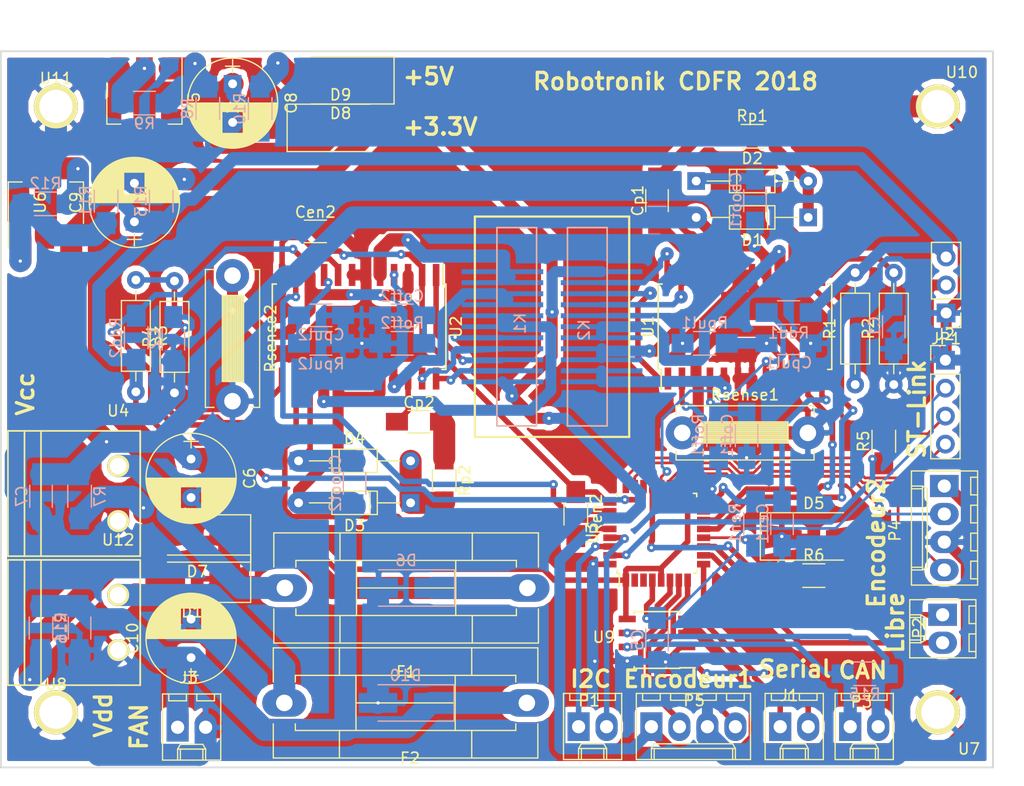
<source format=kicad_pcb>
(kicad_pcb (version 20171130) (host pcbnew "(5.1.4)-1")
  (layers (0 F.Cu signal) (31 B.Cu signal) (34 B.Paste user) (35 F.Paste user) (36 B.SilkS user) (37 F.SilkS user) (38 B.Mask user) (39 F.Mask user) (44 Edge.Cuts user))
  (net 0 "")
  (net 1 GND)
  (net 2 /uC/nrst)
  (net 3 VCC)
  (net 4 +5V)
  (net 5 +3V3)
  (net 6 /motor_part/VBOOT1)
  (net 7 /motor_part/VBOOT2)
  (net 8 /motor_part/DIAG_1)
  (net 9 /motor_part/DIAG_2)
  (net 10 /motor_part/RCOFF1)
  (net 11 /motor_part/RCOFF2)
  (net 12 /motor_part/VCP1)
  (net 13 "Net-(Cp1-Pad2)")
  (net 14 /motor_part/VCP2)
  (net 15 "Net-(Cp2-Pad2)")
  (net 16 /motor_part/RCPULSE1)
  (net 17 /motor_part/RCPULSE2)
  (net 18 "Net-(D1-Pad1)")
  (net 19 "Net-(D3-Pad1)")
  (net 20 "Net-(D5-Pad2)")
  (net 21 "Net-(D7-Pad2)")
  (net 22 "Net-(D8-Pad2)")
  (net 23 "Net-(D9-Pad2)")
  (net 24 "Net-(F1-Pad2)")
  (net 25 /uC/RX)
  (net 26 /uC/TX)
  (net 27 /uC/swclk)
  (net 28 /uC/swdio)
  (net 29 "Net-(JP1-Pad2)")
  (net 30 "Net-(K1-Pad1)")
  (net 31 "Net-(K1-Pad3)")
  (net 32 "Net-(K1-Pad5)")
  (net 33 "Net-(K1-Pad8)")
  (net 34 "Net-(K1-Pad9)")
  (net 35 "Net-(K1-Pad10)")
  (net 36 "Net-(K2-Pad1)")
  (net 37 "Net-(K2-Pad3)")
  (net 38 "Net-(K2-Pad5)")
  (net 39 "Net-(K2-Pad8)")
  (net 40 "Net-(K2-Pad9)")
  (net 41 "Net-(K2-Pad10)")
  (net 42 /uC/I2C_SDA)
  (net 43 /uC/I2C_SCL)
  (net 44 "Net-(P2-Pad1)")
  (net 45 "Net-(P2-Pad2)")
  (net 46 "Net-(P3-Pad1)")
  (net 47 "Net-(P3-Pad2)")
  (net 48 /encodeurs/Ch_A2)
  (net 49 /encodeurs/Ch_B2)
  (net 50 /encodeurs/Ch_A1)
  (net 51 /encodeurs/Ch_B1)
  (net 52 "Net-(R5-Pad1)")
  (net 53 "Net-(R6-Pad1)")
  (net 54 "Net-(R8-Pad1)")
  (net 55 "Net-(R11-Pad2)")
  (net 56 /motor_part/TACHO_1)
  (net 57 /motor_part/TACHO_2)
  (net 58 /motor_part/EN_1)
  (net 59 /motor_part/EN_2)
  (net 60 "Net-(Rsense1-Pad1)")
  (net 61 "Net-(Rsense2-Pad1)")
  (net 62 /motor_part/DIR_1)
  (net 63 /motor_part/BRAKE_1)
  (net 64 /motor_part/DIR_2)
  (net 65 /motor_part/BRAKE_2)
  (net 66 /motor_part/Vref1)
  (net 67 /motor_part/Vref2)
  (net 68 "Net-(D11-Pad2)")
  (net 69 VDD)
  (net 70 "Net-(F2-Pad2)")
  (module Resistors_THT:R_Axial_DIN0207_L6.3mm_D2.5mm_P10.16mm_Horizontal (layer F.Cu) (at 130.5 115.25 90)
    (fp_text reference R1 (at 5.08 -2.31 90) (layer F.SilkS))
    (fp_text value R)
    (pad 1 thru_hole circle (at 0 0 90) (size 1.6 1.6) (drill 0.8) (layers *.Cu *.Mask) (net 66 /motor_part/Vref1))
    (pad 2 thru_hole oval (at 10.16 0 90) (size 1.6 1.6) (drill 0.8) (layers *.Cu *.Mask) (net 5 +3V3))
  )
  (module Connectors_Molex:Molex_KK-6410-04_04x2.54mm_Straight (layer F.Cu) (at 112.014 146.304)
    (fp_text reference P5 (at 3.876 -2.374) (layer F.SilkS))
    (fp_text value encoder_1)
    (pad 1 thru_hole rect (at 0 0) (size 2 2.6) (drill 1.2) (layers *.Cu *.Mask) (net 4 +5V))
    (pad 2 thru_hole oval (at 2.54 0) (size 2 2.6) (drill 1.2) (layers *.Cu *.Mask) (net 50 /encodeurs/Ch_A1))
    (pad 3 thru_hole oval (at 5.08 0) (size 2 2.6) (drill 1.2) (layers *.Cu *.Mask) (net 1 GND))
    (pad 4 thru_hole oval (at 7.62 0) (size 2 2.6) (drill 1.2) (layers *.Cu *.Mask) (net 51 /encodeurs/Ch_B1))
  )
  (module Capacitors_SMD:C_1206_HandSoldering (layer B.Cu) (at 85.09 124.206 270)
    (fp_text reference Cboot2 (at 0 1.75 270) (layer B.SilkS) (effects (justify mirror)))
    (fp_text value 220nC)
    (pad 1 smd rect (at -2 0 270) (size 2 1.6) (layers B.Cu B.Paste B.Mask) (net 7 /motor_part/VBOOT2))
    (pad 2 smd rect (at 2 0 270) (size 2 1.6) (layers B.Cu B.Paste B.Mask) (net 69 VDD))
  )
  (module maxon:Molex-52610-1133 (layer B.Cu) (at 101.2 105 270)
    (fp_text reference K1 (at 4.7 1.1 270) (layer B.SilkS) (effects (justify mirror)))
    (fp_text value Maxon-200142)
    (pad 1 smd rect (at 10 -6.3 270) (size 0.45 7.4) (layers B.Cu B.Paste B.Mask) (net 30 "Net-(K1-Pad1)"))
    (pad 3 smd rect (at 8 -6.3 270) (size 0.45 7.4) (layers B.Cu B.Paste B.Mask) (net 31 "Net-(K1-Pad3)"))
    (pad 5 smd rect (at 6 -6.3 270) (size 0.45 7.4) (layers B.Cu B.Paste B.Mask) (net 32 "Net-(K1-Pad5)"))
    (pad 7 smd rect (at 4 -6.3 270) (size 0.45 7.4) (layers B.Cu B.Paste B.Mask) (net 1 GND))
    (pad 9 smd rect (at 2 -6.3 270) (size 0.45 7.4) (layers B.Cu B.Paste B.Mask) (net 34 "Net-(K1-Pad9)"))
    (pad 11 smd rect (at 0 -6.3 270) (size 0.45 7.4) (layers B.Cu B.Paste B.Mask) (net 4 +5V))
    (pad 10 smd rect (at 1 -6.3 270) (size 0.45 7.4) (layers B.Cu B.Paste B.Mask) (net 35 "Net-(K1-Pad10)"))
    (pad 8 smd rect (at 3 -6.3 270) (size 0.45 7.4) (layers B.Cu B.Paste B.Mask) (net 33 "Net-(K1-Pad8)"))
    (pad 6 smd rect (at 5 -6.3 270) (size 0.45 7.4) (layers B.Cu B.Paste B.Mask) (net 32 "Net-(K1-Pad5)"))
    (pad 4 smd rect (at 7 -6.3 270) (size 0.45 7.4) (layers B.Cu B.Paste B.Mask) (net 31 "Net-(K1-Pad3)"))
    (pad 2 smd rect (at 9 -6.3 270) (size 0.45 7.4) (layers B.Cu B.Paste B.Mask) (net 30 "Net-(K1-Pad1)"))
  )
  (module Housings_SOIC:SOIC-24W_7.5x15.4mm_Pitch1.27mm (layer F.Cu) (at 120.5 110 90)
    (fp_text reference U1 (at 0 -8.8 90) (layer F.SilkS))
    (fp_text value L6235D)
    (pad 1 smd rect (at -4.7 -6.985 90) (size 2 0.6) (layers F.Cu F.Paste F.Mask) (net 34 "Net-(K1-Pad9)"))
    (pad 2 smd rect (at -4.7 -5.715 90) (size 2 0.6) (layers F.Cu F.Paste F.Mask) (net 8 /motor_part/DIAG_1))
    (pad 3 smd rect (at -4.7 -4.445 90) (size 2 0.6) (layers F.Cu F.Paste F.Mask) (net 60 "Net-(Rsense1-Pad1)"))
    (pad 4 smd rect (at -4.7 -3.175 90) (size 2 0.6) (layers F.Cu F.Paste F.Mask) (net 10 /motor_part/RCOFF1))
    (pad 5 smd rect (at -4.7 -1.905 90) (size 2 0.6) (layers F.Cu F.Paste F.Mask) (net 30 "Net-(K1-Pad1)"))
    (pad 6 smd rect (at -4.7 -0.635 90) (size 2 0.6) (layers F.Cu F.Paste F.Mask) (net 1 GND))
    (pad 7 smd rect (at -4.7 0.635 90) (size 2 0.6) (layers F.Cu F.Paste F.Mask) (net 1 GND))
    (pad 8 smd rect (at -4.7 1.905 90) (size 2 0.6) (layers F.Cu F.Paste F.Mask) (net 56 /motor_part/TACHO_1))
    (pad 9 smd rect (at -4.7 3.175 90) (size 2 0.6) (layers F.Cu F.Paste F.Mask) (net 16 /motor_part/RCPULSE1))
    (pad 10 smd rect (at -4.7 4.445 90) (size 2 0.6) (layers F.Cu F.Paste F.Mask) (net 60 "Net-(Rsense1-Pad1)"))
    (pad 11 smd rect (at -4.7 5.715 90) (size 2 0.6) (layers F.Cu F.Paste F.Mask) (net 62 /motor_part/DIR_1))
    (pad 12 smd rect (at -4.7 6.985 90) (size 2 0.6) (layers F.Cu F.Paste F.Mask) (net 8 /motor_part/DIAG_1))
    (pad 13 smd rect (at 4.7 6.985 90) (size 2 0.6) (layers F.Cu F.Paste F.Mask) (net 66 /motor_part/Vref1))
    (pad 14 smd rect (at 4.7 5.715 90) (size 2 0.6) (layers F.Cu F.Paste F.Mask) (net 63 /motor_part/BRAKE_1))
    (pad 15 smd rect (at 4.7 4.445 90) (size 2 0.6) (layers F.Cu F.Paste F.Mask) (net 6 /motor_part/VBOOT1))
    (pad 16 smd rect (at 4.7 3.175 90) (size 2 0.6) (layers F.Cu F.Paste F.Mask) (net 32 "Net-(K1-Pad5)"))
    (pad 17 smd rect (at 4.7 1.905 90) (size 2 0.6) (layers F.Cu F.Paste F.Mask) (net 3 VCC))
    (pad 18 smd rect (at 4.7 0.635 90) (size 2 0.6) (layers F.Cu F.Paste F.Mask) (net 1 GND))
    (pad 19 smd rect (at 4.7 -0.635 90) (size 2 0.6) (layers F.Cu F.Paste F.Mask) (net 1 GND))
    (pad 20 smd rect (at 4.7 -1.905 90) (size 2 0.6) (layers F.Cu F.Paste F.Mask) (net 3 VCC))
    (pad 21 smd rect (at 4.7 -3.175 90) (size 2 0.6) (layers F.Cu F.Paste F.Mask) (net 31 "Net-(K1-Pad3)"))
    (pad 22 smd rect (at 4.7 -4.445 90) (size 2 0.6) (layers F.Cu F.Paste F.Mask) (net 12 /motor_part/VCP1))
    (pad 23 smd rect (at 4.7 -5.715 90) (size 2 0.6) (layers F.Cu F.Paste F.Mask) (net 33 "Net-(K1-Pad8)"))
    (pad 24 smd rect (at 4.7 -6.985 90) (size 2 0.6) (layers F.Cu F.Paste F.Mask) (net 35 "Net-(K1-Pad10)"))
  )
  (module Capacitors_SMD:C_1206_HandSoldering (layer B.Cu) (at 134 110 270)
    (fp_text reference C1 (at 0 1.75 270) (layer B.SilkS) (effects (justify mirror)))
    (fp_text value C)
    (pad 1 smd rect (at -2 0 270) (size 2 1.6) (layers B.Cu B.Paste B.Mask) (net 66 /motor_part/Vref1))
    (pad 2 smd rect (at 2 0 270) (size 2 1.6) (layers B.Cu B.Paste B.Mask) (net 1 GND))
  )
  (module Capacitors_SMD:C_1206_HandSoldering (layer B.Cu) (at 112.522 138.43 270)
    (fp_text reference C5 (at 0 1.75 270) (layer B.SilkS) (effects (justify mirror)))
    (fp_text value 100nC)
    (pad 1 smd rect (at -2 0 270) (size 2 1.6) (layers B.Cu B.Paste B.Mask) (net 2 /uC/nrst))
    (pad 2 smd rect (at 2 0 270) (size 2 1.6) (layers B.Cu B.Paste B.Mask) (net 1 GND))
  )
  (module Capacitors_THT:CP_Radial_D8.0mm_P3.50mm (layer F.Cu) (at 70.2564 122.0028 270)
    (fp_text reference C6 (at 1.75 -5.31 270) (layer F.SilkS))
    (fp_text value 100uCP)
    (pad 1 thru_hole rect (at 0 0 270) (size 1.6 1.6) (drill 0.8) (layers *.Cu *.Mask) (net 3 VCC))
    (pad 2 thru_hole circle (at 3.5 0 270) (size 1.6 1.6) (drill 0.8) (layers *.Cu *.Mask) (net 1 GND))
  )
  (module Capacitors_SMD:C_1206_HandSoldering (layer B.Cu) (at 56.6452 125.3876 270)
    (fp_text reference C7 (at 0 1.75 270) (layer B.SilkS) (effects (justify mirror)))
    (fp_text value 100nC)
    (pad 1 smd rect (at -2 0 270) (size 2 1.6) (layers B.Cu B.Paste B.Mask) (net 3 VCC))
    (pad 2 smd rect (at 2 0 270) (size 2 1.6) (layers B.Cu B.Paste B.Mask) (net 1 GND))
  )
  (module Capacitors_THT:CP_Radial_D8.0mm_P3.50mm (layer F.Cu) (at 74.0271 87.9492 270)
    (fp_text reference C8 (at 1.75 -5.31 270) (layer F.SilkS))
    (fp_text value 10uC)
    (pad 1 thru_hole rect (at 0 0 270) (size 1.6 1.6) (drill 0.8) (layers *.Cu *.Mask) (net 4 +5V))
    (pad 2 thru_hole circle (at 3.5 0 270) (size 1.6 1.6) (drill 0.8) (layers *.Cu *.Mask) (net 1 GND))
  )
  (module Capacitors_THT:CP_Radial_D8.0mm_P3.50mm (layer F.Cu) (at 65.1137 100.4726 90)
    (fp_text reference C9 (at 1.75 -5.31 90) (layer F.SilkS))
    (fp_text value 10uC)
    (pad 1 thru_hole rect (at 0 0 90) (size 1.6 1.6) (drill 0.8) (layers *.Cu *.Mask) (net 5 +3V3))
    (pad 2 thru_hole circle (at 3.5 0 90) (size 1.6 1.6) (drill 0.8) (layers *.Cu *.Mask) (net 1 GND))
  )
  (module Capacitors_SMD:C_1206_HandSoldering (layer B.Cu) (at 121.412 98.552 270)
    (fp_text reference Cboot1 (at 0 1.75 270) (layer B.SilkS) (effects (justify mirror)))
    (fp_text value 220nC)
    (pad 1 smd rect (at -2 0 270) (size 2 1.6) (layers B.Cu B.Paste B.Mask) (net 6 /motor_part/VBOOT1))
    (pad 2 smd rect (at 2 0 270) (size 2 1.6) (layers B.Cu B.Paste B.Mask) (net 3 VCC))
  )
  (module Capacitors_SMD:C_1206_HandSoldering (layer B.Cu) (at 123.8631 127.8636 270)
    (fp_text reference Cen1 (at 0 1.75 270) (layer B.SilkS) (effects (justify mirror)))
    (fp_text value 5,6nC)
    (pad 1 smd rect (at -2 0 270) (size 2 1.6) (layers B.Cu B.Paste B.Mask) (net 8 /motor_part/DIAG_1))
    (pad 2 smd rect (at 2 0 270) (size 2 1.6) (layers B.Cu B.Paste B.Mask) (net 1 GND))
  )
  (module Capacitors_SMD:C_1206_HandSoldering (layer F.Cu) (at 81.534 101.346)
    (fp_text reference Cen2 (at 0 -1.75) (layer F.SilkS))
    (fp_text value 5,6nC)
    (pad 1 smd rect (at -2 0) (size 2 1.6) (layers F.Cu F.Paste F.Mask) (net 9 /motor_part/DIAG_2))
    (pad 2 smd rect (at 2 0) (size 2 1.6) (layers F.Cu F.Paste F.Mask) (net 1 GND))
  )
  (module Capacitors_SMD:C_1206_HandSoldering (layer B.Cu) (at 120.65 119.888 270)
    (fp_text reference Coff1 (at 0 1.75 270) (layer B.SilkS) (effects (justify mirror)))
    (fp_text value 1nC)
    (pad 1 smd rect (at -2 0 270) (size 2 1.6) (layers B.Cu B.Paste B.Mask) (net 10 /motor_part/RCOFF1))
    (pad 2 smd rect (at 2 0 270) (size 2 1.6) (layers B.Cu B.Paste B.Mask) (net 1 GND))
  )
  (module Capacitors_SMD:C_1206_HandSoldering (layer B.Cu) (at 89.408 108.966 180)
    (fp_text reference Coff2 (at 0 1.75 180) (layer B.SilkS) (effects (justify mirror)))
    (fp_text value 1nC)
    (pad 1 smd rect (at -2 0 180) (size 2 1.6) (layers B.Cu B.Paste B.Mask) (net 11 /motor_part/RCOFF2))
    (pad 2 smd rect (at 2 0 180) (size 2 1.6) (layers B.Cu B.Paste B.Mask) (net 1 GND))
  )
  (module Capacitors_SMD:C_1206_HandSoldering (layer B.Cu) (at 124.46 111.506)
    (fp_text reference Cpul1 (at 0 1.75) (layer B.SilkS) (effects (justify mirror)))
    (fp_text value 10nC)
    (pad 1 smd rect (at -2 0) (size 2 1.6) (layers B.Cu B.Paste B.Mask) (net 16 /motor_part/RCPULSE1))
    (pad 2 smd rect (at 2 0) (size 2 1.6) (layers B.Cu B.Paste B.Mask) (net 1 GND))
  )
  (module Capacitors_SMD:C_1206_HandSoldering (layer B.Cu) (at 82.042 108.966)
    (fp_text reference Cpul2 (at 0 1.75) (layer B.SilkS) (effects (justify mirror)))
    (fp_text value 10nC)
    (pad 1 smd rect (at -2 0) (size 2 1.6) (layers B.Cu B.Paste B.Mask) (net 17 /motor_part/RCPULSE2))
    (pad 2 smd rect (at 2 0) (size 2 1.6) (layers B.Cu B.Paste B.Mask) (net 1 GND))
  )
  (module Diodes_SMD:D_SMA-SMB_Universal_Handsoldering (layer F.Cu) (at 126.746 129.032)
    (fp_text reference D5 (at 0 -3) (layer F.SilkS))
    (fp_text value LED_ALT)
    (pad 1 smd trapezoid (at -2.9 0) (size 3.6 1.7) (rect_delta 0.6 0) (layers F.Cu F.Paste F.Mask) (net 1 GND))
    (pad 2 smd trapezoid (at 2.9 0 180) (size 3.6 1.7) (rect_delta 0.6 0) (layers F.Cu F.Paste F.Mask) (net 20 "Net-(D5-Pad2)"))
  )
  (module Diodes_SMD:D_SMA-SMB_Universal_Handsoldering (layer F.Cu) (at 70.8152 129.2164 180)
    (fp_text reference D7 (at 0 -3 180) (layer F.SilkS))
    (fp_text value LED_VCC)
    (pad 1 smd trapezoid (at -2.9 0 180) (size 3.6 1.7) (rect_delta 0.6 0) (layers F.Cu F.Paste F.Mask) (net 1 GND))
    (pad 2 smd trapezoid (at 2.9 0) (size 3.6 1.7) (rect_delta 0.6 0) (layers F.Cu F.Paste F.Mask) (net 21 "Net-(D7-Pad2)"))
  )
  (module Diodes_SMD:D_SMA-SMB_Universal_Handsoldering (layer F.Cu) (at 83.82 87.63 180)
    (fp_text reference D8 (at 0 -3 180) (layer F.SilkS))
    (fp_text value LED_5V)
    (pad 1 smd trapezoid (at -2.9 0 180) (size 3.6 1.7) (rect_delta 0.6 0) (layers F.Cu F.Paste F.Mask) (net 1 GND))
    (pad 2 smd trapezoid (at 2.9 0) (size 3.6 1.7) (rect_delta 0.6 0) (layers F.Cu F.Paste F.Mask) (net 22 "Net-(D8-Pad2)"))
  )
  (module Diodes_SMD:D_SMA-SMB_Universal_Handsoldering (layer F.Cu) (at 83.82 91.948)
    (fp_text reference D9 (at 0 -3) (layer F.SilkS))
    (fp_text value LED_3.3V)
    (pad 1 smd trapezoid (at -2.9 0) (size 3.6 1.7) (rect_delta 0.6 0) (layers F.Cu F.Paste F.Mask) (net 1 GND))
    (pad 2 smd trapezoid (at 2.9 0 180) (size 3.6 1.7) (rect_delta 0.6 0) (layers F.Cu F.Paste F.Mask) (net 23 "Net-(D9-Pad2)"))
  )
  (module Fuse_Holders_and_Fuses:Fuseholder5x20_horiz_SemiClosed_Casing10x25mm (layer F.Cu) (at 100.766 133.711 180)
    (fp_text reference F1 (at 11 -7.62 180) (layer F.SilkS))
    (fp_text value Fuse)
    (pad 2 thru_hole oval (at 22 0 90) (size 2.5 4) (drill 1.5) (layers *.Cu *.Mask) (net 24 "Net-(F1-Pad2)"))
    (pad 1 thru_hole oval (at 0 0 90) (size 2.5 4) (drill 1.5) (layers *.Cu *.Mask) (net 3 VCC))
  )
  (module Connectors_Molex:Molex_KK-6410-02_02x2.54mm_Straight (layer F.Cu) (at 123.698 146.304)
    (fp_text reference J1 (at 0.812 -2.834) (layer F.SilkS))
    (fp_text value CONN_SERIAL)
    (pad 1 thru_hole rect (at 0 0) (size 2 2.6) (drill 1.2) (layers *.Cu *.Mask) (net 25 /uC/RX))
    (pad 2 thru_hole oval (at 2.54 0) (size 2 2.6) (drill 1.2) (layers *.Cu *.Mask) (net 26 /uC/TX))
  )
  (module Connectors_Molex:Molex_KK-6410-02_02x2.54mm_Straight (layer F.Cu) (at 69.0372 146.3548)
    (fp_text reference J3 (at 1 -4.5) (layer F.SilkS))
    (fp_text value FAN)
    (pad 1 thru_hole rect (at 0 0) (size 2 2.6) (drill 1.2) (layers *.Cu *.Mask) (net 69 VDD))
    (pad 2 thru_hole oval (at 2.54 0) (size 2 2.6) (drill 1.2) (layers *.Cu *.Mask) (net 1 GND))
  )
  (module Pin_Headers:Pin_Header_Straight_1x03_Pitch2.54mm (layer F.Cu) (at 138.75 108.75 180)
    (fp_text reference JP1 (at 0 -2.33 180) (layer F.SilkS))
    (fp_text value Jumper_NC_Dual)
    (pad 1 thru_hole rect (at 0 0 180) (size 1.7 1.7) (drill 1) (layers *.Cu *.Mask) (net 1 GND))
    (pad 2 thru_hole oval (at 0 2.54 180) (size 1.7 1.7) (drill 1) (layers *.Cu *.Mask) (net 29 "Net-(JP1-Pad2)"))
    (pad 3 thru_hole oval (at 0 5.08 180) (size 1.7 1.7) (drill 1) (layers *.Cu *.Mask) (net 5 +3V3))
  )
  (module Connectors_Molex:Molex_KK-6410-02_02x2.54mm_Straight (layer F.Cu) (at 105.41 146.304)
    (fp_text reference P1 (at 0.95 -2.354) (layer F.SilkS))
    (fp_text value CONN_I2C)
    (pad 1 thru_hole rect (at 0 0) (size 2 2.6) (drill 1.2) (layers *.Cu *.Mask) (net 42 /uC/I2C_SDA))
    (pad 2 thru_hole oval (at 2.54 0) (size 2 2.6) (drill 1.2) (layers *.Cu *.Mask) (net 43 /uC/I2C_SCL))
  )
  (module Connectors_Molex:Molex_KK-6410-02_02x2.54mm_Straight (layer F.Cu) (at 138.43 136.144 270)
    (fp_text reference P2 (at 1.196 2.17 270) (layer F.SilkS))
    (fp_text value CONN_FREE)
    (pad 1 thru_hole rect (at 0 0 270) (size 2 2.6) (drill 1.2) (layers *.Cu *.Mask) (net 44 "Net-(P2-Pad1)"))
    (pad 2 thru_hole oval (at 2.54 0 270) (size 2 2.6) (drill 1.2) (layers *.Cu *.Mask) (net 45 "Net-(P2-Pad2)"))
  )
  (module Connectors_Molex:Molex_KK-6410-02_02x2.54mm_Straight (layer F.Cu) (at 130.048 146.304)
    (fp_text reference P3 (at 1.022 -2.244) (layer F.SilkS))
    (fp_text value CONN_CAN)
    (pad 1 thru_hole rect (at 0 0) (size 2 2.6) (drill 1.2) (layers *.Cu *.Mask) (net 46 "Net-(P3-Pad1)"))
    (pad 2 thru_hole oval (at 2.54 0) (size 2 2.6) (drill 1.2) (layers *.Cu *.Mask) (net 47 "Net-(P3-Pad2)"))
  )
  (module Connectors_Molex:Molex_KK-6410-04_04x2.54mm_Straight (layer F.Cu) (at 138.5824 124.46 270)
    (fp_text reference P4 (at 4.064 4.4704 270) (layer F.SilkS))
    (fp_text value encoder_2)
    (pad 1 thru_hole rect (at 0 0 270) (size 2 2.6) (drill 1.2) (layers *.Cu *.Mask) (net 4 +5V))
    (pad 2 thru_hole oval (at 2.54 0 270) (size 2 2.6) (drill 1.2) (layers *.Cu *.Mask) (net 48 /encodeurs/Ch_A2))
    (pad 3 thru_hole oval (at 5.08 0 270) (size 2 2.6) (drill 1.2) (layers *.Cu *.Mask) (net 1 GND))
    (pad 4 thru_hole oval (at 7.62 0 270) (size 2 2.6) (drill 1.2) (layers *.Cu *.Mask) (net 49 /encodeurs/Ch_B2))
  )
  (module Resistors_SMD:R_1206_HandSoldering (layer F.Cu) (at 133.096 120.396 90)
    (fp_text reference R5 (at 0 -1.85 90) (layer F.SilkS))
    (fp_text value 10kR)
    (pad 1 smd rect (at -2 0 90) (size 2 1.7) (layers F.Cu F.Paste F.Mask) (net 52 "Net-(R5-Pad1)"))
    (pad 2 smd rect (at 2 0 90) (size 2 1.7) (layers F.Cu F.Paste F.Mask) (net 29 "Net-(JP1-Pad2)"))
  )
  (module Resistors_SMD:R_1206_HandSoldering (layer F.Cu) (at 126.746 132.588)
    (fp_text reference R6 (at 0 -1.85) (layer F.SilkS))
    (fp_text value 470R)
    (pad 1 smd rect (at -2 0) (size 2 1.7) (layers F.Cu F.Paste F.Mask) (net 53 "Net-(R6-Pad1)"))
    (pad 2 smd rect (at 2 0) (size 2 1.7) (layers F.Cu F.Paste F.Mask) (net 20 "Net-(D5-Pad2)"))
  )
  (module Resistors_SMD:R_1206_HandSoldering (layer B.Cu) (at 60.1452 125.3876 90)
    (fp_text reference R7 (at 0 1.85 90) (layer B.SilkS) (effects (justify mirror)))
    (fp_text value 2kR)
    (pad 1 smd rect (at -2 0 90) (size 2 1.7) (layers B.Cu B.Paste B.Mask) (net 21 "Net-(D7-Pad2)"))
    (pad 2 smd rect (at 2 0 90) (size 2 1.7) (layers B.Cu B.Paste B.Mask) (net 3 VCC))
  )
  (module Resistors_SMD:R_1206_HandSoldering (layer B.Cu) (at 71.7771 90.1992 270)
    (fp_text reference R8 (at 0 1.85 270) (layer B.SilkS) (effects (justify mirror)))
    (fp_text value 820R)
    (pad 1 smd rect (at -2 0 270) (size 2 1.7) (layers B.Cu B.Paste B.Mask) (net 54 "Net-(R8-Pad1)"))
    (pad 2 smd rect (at 2 0 270) (size 2 1.7) (layers B.Cu B.Paste B.Mask) (net 1 GND))
  )
  (module Resistors_SMD:R_1206_HandSoldering (layer B.Cu) (at 66.0271 89.6992)
    (fp_text reference R9 (at 0 1.85) (layer B.SilkS) (effects (justify mirror)))
    (fp_text value 270R)
    (pad 1 smd rect (at -2 0) (size 2 1.7) (layers B.Cu B.Paste B.Mask) (net 4 +5V))
    (pad 2 smd rect (at 2 0) (size 2 1.7) (layers B.Cu B.Paste B.Mask) (net 54 "Net-(R8-Pad1)"))
  )
  (module Resistors_SMD:R_1206_HandSoldering (layer B.Cu) (at 76.5271 90.1992 270)
    (fp_text reference R10 (at 0 1.85 270) (layer B.SilkS) (effects (justify mirror)))
    (fp_text value 470R)
    (pad 1 smd rect (at -2 0 270) (size 2 1.7) (layers B.Cu B.Paste B.Mask) (net 22 "Net-(D8-Pad2)"))
    (pad 2 smd rect (at 2 0 270) (size 2 1.7) (layers B.Cu B.Paste B.Mask) (net 4 +5V))
  )
  (module Resistors_SMD:R_1206_HandSoldering (layer B.Cu) (at 62.5502 98.5956 270)
    (fp_text reference R11 (at 0 1.85 270) (layer B.SilkS) (effects (justify mirror)))
    (fp_text value 370R)
    (pad 1 smd rect (at -2 0 270) (size 2 1.7) (layers B.Cu B.Paste B.Mask) (net 1 GND))
    (pad 2 smd rect (at 2 0 270) (size 2 1.7) (layers B.Cu B.Paste B.Mask) (net 55 "Net-(R11-Pad2)"))
  )
  (module Resistors_SMD:R_1206_HandSoldering (layer B.Cu) (at 57.0502 98.8456 180)
    (fp_text reference R12 (at 0 1.85 180) (layer B.SilkS) (effects (justify mirror)))
    (fp_text value 220R)
    (pad 1 smd rect (at -2 0 180) (size 2 1.7) (layers B.Cu B.Paste B.Mask) (net 5 +3V3))
    (pad 2 smd rect (at 2 0 180) (size 2 1.7) (layers B.Cu B.Paste B.Mask) (net 55 "Net-(R11-Pad2)"))
  )
  (module Resistors_SMD:R_1206_HandSoldering (layer B.Cu) (at 67.5502 98.5956 270)
    (fp_text reference R13 (at 0 1.85 270) (layer B.SilkS) (effects (justify mirror)))
    (fp_text value 470R)
    (pad 1 smd rect (at -2 0 270) (size 2 1.7) (layers B.Cu B.Paste B.Mask) (net 23 "Net-(D9-Pad2)"))
    (pad 2 smd rect (at 2 0 270) (size 2 1.7) (layers B.Cu B.Paste B.Mask) (net 5 +3V3))
  )
  (module Resistors_SMD:R_1206_HandSoldering (layer B.Cu) (at 131.358 141.5)
    (fp_text reference R15 (at 0 1.85) (layer B.SilkS) (effects (justify mirror)))
    (fp_text value R)
    (pad 1 smd rect (at -2 0) (size 2 1.7) (layers B.Cu B.Paste B.Mask) (net 46 "Net-(P3-Pad1)"))
    (pad 2 smd rect (at 2 0) (size 2 1.7) (layers B.Cu B.Paste B.Mask) (net 47 "Net-(P3-Pad2)"))
  )
  (module Resistors_SMD:R_1206_HandSoldering (layer B.Cu) (at 124.46 108.712)
    (fp_text reference Rdd1 (at 0 1.85) (layer B.SilkS) (effects (justify mirror)))
    (fp_text value 1kR)
    (pad 1 smd rect (at -2 0) (size 2 1.7) (layers B.Cu B.Paste B.Mask) (net 56 /motor_part/TACHO_1))
    (pad 2 smd rect (at 2 0) (size 2 1.7) (layers B.Cu B.Paste B.Mask) (net 5 +3V3))
  )
  (module Resistors_SMD:R_1206_HandSoldering (layer B.Cu) (at 65.278 110.998 270)
    (fp_text reference Rdd2 (at 0 1.85 270) (layer B.SilkS) (effects (justify mirror)))
    (fp_text value 1kR)
    (pad 1 smd rect (at -2 0 270) (size 2 1.7) (layers B.Cu B.Paste B.Mask) (net 57 /motor_part/TACHO_2))
    (pad 2 smd rect (at 2 0 270) (size 2 1.7) (layers B.Cu B.Paste B.Mask) (net 5 +3V3))
  )
  (module Resistors_SMD:R_1206_HandSoldering (layer B.Cu) (at 121.4628 127.8636 270)
    (fp_text reference Ren1 (at 0 1.85 270) (layer B.SilkS) (effects (justify mirror)))
    (fp_text value 100kR)
    (pad 1 smd rect (at -2 0 270) (size 2 1.7) (layers B.Cu B.Paste B.Mask) (net 8 /motor_part/DIAG_1))
    (pad 2 smd rect (at 2 0 270) (size 2 1.7) (layers B.Cu B.Paste B.Mask) (net 58 /motor_part/EN_1))
  )
  (module Resistors_SMD:R_1206_HandSoldering (layer F.Cu) (at 105.156 127 270)
    (fp_text reference Ren2 (at 0 -1.85 270) (layer F.SilkS))
    (fp_text value 100kR)
    (pad 1 smd rect (at -2 0 270) (size 2 1.7) (layers F.Cu F.Paste F.Mask) (net 9 /motor_part/DIAG_2))
    (pad 2 smd rect (at 2 0 270) (size 2 1.7) (layers F.Cu F.Paste F.Mask) (net 59 /motor_part/EN_2))
  )
  (module Resistors_SMD:R_1206_HandSoldering (layer B.Cu) (at 118.11 119.888 270)
    (fp_text reference Roff1 (at 0 1.85 270) (layer B.SilkS) (effects (justify mirror)))
    (fp_text value 33kR)
    (pad 1 smd rect (at -2 0 270) (size 2 1.7) (layers B.Cu B.Paste B.Mask) (net 10 /motor_part/RCOFF1))
    (pad 2 smd rect (at 2 0 270) (size 2 1.7) (layers B.Cu B.Paste B.Mask) (net 1 GND))
  )
  (module Resistors_SMD:R_1206_HandSoldering (layer B.Cu) (at 89.408 111.506 180)
    (fp_text reference Roff2 (at 0 1.85 180) (layer B.SilkS) (effects (justify mirror)))
    (fp_text value 33kR)
    (pad 1 smd rect (at -2 0 180) (size 2 1.7) (layers B.Cu B.Paste B.Mask) (net 11 /motor_part/RCOFF2))
    (pad 2 smd rect (at 2 0 180) (size 2 1.7) (layers B.Cu B.Paste B.Mask) (net 1 GND))
  )
  (module Resistors_SMD:R_1206_HandSoldering (layer F.Cu) (at 121.158 92.71)
    (fp_text reference Rp1 (at 0 -1.85) (layer F.SilkS))
    (fp_text value 100R)
    (pad 1 smd rect (at -2 0) (size 2 1.7) (layers F.Cu F.Paste F.Mask) (net 13 "Net-(Cp1-Pad2)"))
    (pad 2 smd rect (at 2 0) (size 2 1.7) (layers F.Cu F.Paste F.Mask) (net 18 "Net-(D1-Pad1)"))
  )
  (module Resistors_SMD:R_1206_HandSoldering (layer B.Cu) (at 116.84 111.506 180)
    (fp_text reference Rpul1 (at 0 1.85 180) (layer B.SilkS) (effects (justify mirror)))
    (fp_text value 47kR)
    (pad 1 smd rect (at -2 0 180) (size 2 1.7) (layers B.Cu B.Paste B.Mask) (net 16 /motor_part/RCPULSE1))
    (pad 2 smd rect (at 2 0 180) (size 2 1.7) (layers B.Cu B.Paste B.Mask) (net 1 GND))
  )
  (module Resistors_SMD:R_1206_HandSoldering (layer B.Cu) (at 82.042 111.506)
    (fp_text reference Rpul2 (at 0 1.85) (layer B.SilkS) (effects (justify mirror)))
    (fp_text value 47kR)
    (pad 1 smd rect (at -2 0) (size 2 1.7) (layers B.Cu B.Paste B.Mask) (net 17 /motor_part/RCPULSE2))
    (pad 2 smd rect (at 2 0) (size 2 1.7) (layers B.Cu B.Paste B.Mask) (net 1 GND))
  )
  (module Housings_SOIC:SOIC-24W_7.5x15.4mm_Pitch1.27mm (layer F.Cu) (at 85.5 110 270)
    (fp_text reference U2 (at 0 -8.8 270) (layer F.SilkS))
    (fp_text value L6235D)
    (pad 1 smd rect (at -4.7 -6.985 270) (size 2 0.6) (layers F.Cu F.Paste F.Mask) (net 40 "Net-(K2-Pad9)"))
    (pad 2 smd rect (at -4.7 -5.715 270) (size 2 0.6) (layers F.Cu F.Paste F.Mask) (net 9 /motor_part/DIAG_2))
    (pad 3 smd rect (at -4.7 -4.445 270) (size 2 0.6) (layers F.Cu F.Paste F.Mask) (net 61 "Net-(Rsense2-Pad1)"))
    (pad 4 smd rect (at -4.7 -3.175 270) (size 2 0.6) (layers F.Cu F.Paste F.Mask) (net 11 /motor_part/RCOFF2))
    (pad 5 smd rect (at -4.7 -1.905 270) (size 2 0.6) (layers F.Cu F.Paste F.Mask) (net 36 "Net-(K2-Pad1)"))
    (pad 6 smd rect (at -4.7 -0.635 270) (size 2 0.6) (layers F.Cu F.Paste F.Mask) (net 1 GND))
    (pad 7 smd rect (at -4.7 0.635 270) (size 2 0.6) (layers F.Cu F.Paste F.Mask) (net 1 GND))
    (pad 8 smd rect (at -4.7 1.905 270) (size 2 0.6) (layers F.Cu F.Paste F.Mask) (net 57 /motor_part/TACHO_2))
    (pad 9 smd rect (at -4.7 3.175 270) (size 2 0.6) (layers F.Cu F.Paste F.Mask) (net 17 /motor_part/RCPULSE2))
    (pad 10 smd rect (at -4.7 4.445 270) (size 2 0.6) (layers F.Cu F.Paste F.Mask) (net 61 "Net-(Rsense2-Pad1)"))
    (pad 11 smd rect (at -4.7 5.715 270) (size 2 0.6) (layers F.Cu F.Paste F.Mask) (net 64 /motor_part/DIR_2))
    (pad 12 smd rect (at -4.7 6.985 270) (size 2 0.6) (layers F.Cu F.Paste F.Mask) (net 9 /motor_part/DIAG_2))
    (pad 13 smd rect (at 4.7 6.985 270) (size 2 0.6) (layers F.Cu F.Paste F.Mask) (net 67 /motor_part/Vref2))
    (pad 14 smd rect (at 4.7 5.715 270) (size 2 0.6) (layers F.Cu F.Paste F.Mask) (net 65 /motor_part/BRAKE_2))
    (pad 15 smd rect (at 4.7 4.445 270) (size 2 0.6) (layers F.Cu F.Paste F.Mask) (net 7 /motor_part/VBOOT2))
    (pad 16 smd rect (at 4.7 3.175 270) (size 2 0.6) (layers F.Cu F.Paste F.Mask) (net 38 "Net-(K2-Pad5)"))
    (pad 17 smd rect (at 4.7 1.905 270) (size 2 0.6) (layers F.Cu F.Paste F.Mask) (net 69 VDD))
    (pad 18 smd rect (at 4.7 0.635 270) (size 2 0.6) (layers F.Cu F.Paste F.Mask) (net 1 GND))
    (pad 19 smd rect (at 4.7 -0.635 270) (size 2 0.6) (layers F.Cu F.Paste F.Mask) (net 1 GND))
    (pad 20 smd rect (at 4.7 -1.905 270) (size 2 0.6) (layers F.Cu F.Paste F.Mask) (net 69 VDD))
    (pad 21 smd rect (at 4.7 -3.175 270) (size 2 0.6) (layers F.Cu F.Paste F.Mask) (net 37 "Net-(K2-Pad3)"))
    (pad 22 smd rect (at 4.7 -4.445 270) (size 2 0.6) (layers F.Cu F.Paste F.Mask) (net 14 /motor_part/VCP2))
    (pad 23 smd rect (at 4.7 -5.715 270) (size 2 0.6) (layers F.Cu F.Paste F.Mask) (net 39 "Net-(K2-Pad8)"))
    (pad 24 smd rect (at 4.7 -6.985 270) (size 2 0.6) (layers F.Cu F.Paste F.Mask) (net 41 "Net-(K2-Pad10)"))
  )
  (module Housings_QFP:LQFP-32_7x7mm_Pitch0.8mm (layer F.Cu) (at 112.5 128.75 90)
    (fp_text reference U3 (at 0 -5.85 90) (layer F.SilkS))
    (fp_text value stm32f303k8t6)
    (pad 1 smd rect (at -4.25 -2.8 90) (size 1.2 0.6) (layers F.Cu F.Paste F.Mask) (net 5 +3V3))
    (pad 2 smd rect (at -4.25 -2 90) (size 1.2 0.6) (layers F.Cu F.Paste F.Mask))
    (pad 3 smd rect (at -4.25 -1.2 90) (size 1.2 0.6) (layers F.Cu F.Paste F.Mask))
    (pad 4 smd rect (at -4.25 -0.4 90) (size 1.2 0.6) (layers F.Cu F.Paste F.Mask) (net 2 /uC/nrst))
    (pad 5 smd rect (at -4.25 0.4 90) (size 1.2 0.6) (layers F.Cu F.Paste F.Mask) (net 5 +3V3))
    (pad 6 smd rect (at -4.25 1.2 90) (size 1.2 0.6) (layers F.Cu F.Paste F.Mask) (net 50 /encodeurs/Ch_A1))
    (pad 7 smd rect (at -4.25 2 90) (size 1.2 0.6) (layers F.Cu F.Paste F.Mask) (net 51 /encodeurs/Ch_B1))
    (pad 8 smd rect (at -4.25 2.8 90) (size 1.2 0.6) (layers F.Cu F.Paste F.Mask) (net 26 /uC/TX))
    (pad 9 smd rect (at -2.8 4.25 180) (size 1.2 0.6) (layers F.Cu F.Paste F.Mask) (net 25 /uC/RX))
    (pad 10 smd rect (at -2 4.25 180) (size 1.2 0.6) (layers F.Cu F.Paste F.Mask) (net 45 "Net-(P2-Pad2)"))
    (pad 11 smd rect (at -1.2 4.25 180) (size 1.2 0.6) (layers F.Cu F.Paste F.Mask) (net 44 "Net-(P2-Pad1)"))
    (pad 12 smd rect (at -0.4 4.25 180) (size 1.2 0.6) (layers F.Cu F.Paste F.Mask) (net 58 /motor_part/EN_1))
    (pad 13 smd rect (at 0.4 4.25 180) (size 1.2 0.6) (layers F.Cu F.Paste F.Mask) (net 63 /motor_part/BRAKE_1))
    (pad 14 smd rect (at 1.2 4.25 180) (size 1.2 0.6) (layers F.Cu F.Paste F.Mask) (net 62 /motor_part/DIR_1))
    (pad 15 smd rect (at 2 4.25 180) (size 1.2 0.6) (layers F.Cu F.Paste F.Mask) (net 8 /motor_part/DIAG_1))
    (pad 16 smd rect (at 2.8 4.25 180) (size 1.2 0.6) (layers F.Cu F.Paste F.Mask) (net 1 GND))
    (pad 17 smd rect (at 4.25 2.8 90) (size 1.2 0.6) (layers F.Cu F.Paste F.Mask) (net 5 +3V3))
    (pad 18 smd rect (at 4.25 2 90) (size 1.2 0.6) (layers F.Cu F.Paste F.Mask) (net 48 /encodeurs/Ch_A2))
    (pad 19 smd rect (at 4.25 1.2 90) (size 1.2 0.6) (layers F.Cu F.Paste F.Mask) (net 49 /encodeurs/Ch_B2))
    (pad 20 smd rect (at 4.25 0.4 90) (size 1.2 0.6) (layers F.Cu F.Paste F.Mask) (net 56 /motor_part/TACHO_1))
    (pad 21 smd rect (at 4.25 -0.4 90) (size 1.2 0.6) (layers F.Cu F.Paste F.Mask) (net 53 "Net-(R6-Pad1)"))
    (pad 22 smd rect (at 4.25 -1.2 90) (size 1.2 0.6) (layers F.Cu F.Paste F.Mask) (net 57 /motor_part/TACHO_2))
    (pad 23 smd rect (at 4.25 -2 90) (size 1.2 0.6) (layers F.Cu F.Paste F.Mask) (net 28 /uC/swdio))
    (pad 24 smd rect (at 4.25 -2.8 90) (size 1.2 0.6) (layers F.Cu F.Paste F.Mask) (net 27 /uC/swclk))
    (pad 25 smd rect (at 2.8 -4.25 180) (size 1.2 0.6) (layers F.Cu F.Paste F.Mask) (net 9 /motor_part/DIAG_2))
    (pad 26 smd rect (at 2 -4.25 180) (size 1.2 0.6) (layers F.Cu F.Paste F.Mask) (net 64 /motor_part/DIR_2))
    (pad 27 smd rect (at 1.2 -4.25 180) (size 1.2 0.6) (layers F.Cu F.Paste F.Mask) (net 65 /motor_part/BRAKE_2))
    (pad 28 smd rect (at 0.4 -4.25 180) (size 1.2 0.6) (layers F.Cu F.Paste F.Mask) (net 59 /motor_part/EN_2))
    (pad 29 smd rect (at -0.4 -4.25 180) (size 1.2 0.6) (layers F.Cu F.Paste F.Mask) (net 43 /uC/I2C_SCL))
    (pad 30 smd rect (at -1.2 -4.25 180) (size 1.2 0.6) (layers F.Cu F.Paste F.Mask) (net 42 /uC/I2C_SDA))
    (pad 31 smd rect (at -2 -4.25 180) (size 1.2 0.6) (layers F.Cu F.Paste F.Mask) (net 52 "Net-(R5-Pad1)"))
    (pad 32 smd rect (at -2.8 -4.25 180) (size 1.2 0.6) (layers F.Cu F.Paste F.Mask) (net 1 GND))
  )
  (module "B plug:B plug 5mm" (layer F.Cu) (at 63.6452 125.1376)
    (fp_text reference U4 (at 0 -7.5) (layer F.SilkS))
    (fp_text value B_Plug_5mm)
    (pad 1 thru_hole circle (at 0 -2.5) (size 2 2) (drill 1.5) (layers *.Cu *.Mask F.SilkS) (net 24 "Net-(F1-Pad2)"))
    (pad 2 thru_hole circle (at 0 2.5) (size 2 2) (drill 1.5) (layers *.Cu *.Mask F.SilkS) (net 1 GND))
  )
  (module TO_SOT_Packages_SMD:SOT-223-3Lead_TabPin2 (layer F.Cu) (at 66.0271 89.6992 270)
    (fp_text reference U5 (at 0 -4.5 270) (layer F.SilkS))
    (fp_text value LM317_SOT223)
    (pad 2 smd rect (at 3.15 0 270) (size 2 3.8) (layers F.Cu F.Paste F.Mask) (net 4 +5V))
    (pad 2 smd rect (at -3.15 0 270) (size 2 1.5) (layers F.Cu F.Paste F.Mask) (net 4 +5V))
    (pad 3 smd rect (at -3.15 2.3 270) (size 2 1.5) (layers F.Cu F.Paste F.Mask) (net 3 VCC))
    (pad 1 smd rect (at -3.15 -2.3 270) (size 2 1.5) (layers F.Cu F.Paste F.Mask) (net 54 "Net-(R8-Pad1)"))
  )
  (module TO_SOT_Packages_SMD:SOT-223-3Lead_TabPin2 (layer F.Cu) (at 57.0865 98.7679 90)
    (fp_text reference U6 (at 0.0479 -0.5165 90) (layer F.SilkS))
    (fp_text value LM317_SOT223)
    (pad 2 smd rect (at 3.15 0 90) (size 2 3.8) (layers F.Cu F.Paste F.Mask) (net 5 +3V3))
    (pad 2 smd rect (at -3.15 0 90) (size 2 1.5) (layers F.Cu F.Paste F.Mask) (net 5 +3V3))
    (pad 3 smd rect (at -3.15 2.3 90) (size 2 1.5) (layers F.Cu F.Paste F.Mask) (net 3 VCC))
    (pad 1 smd rect (at -3.15 -2.3 90) (size 2 1.5) (layers F.Cu F.Paste F.Mask) (net 55 "Net-(R11-Pad2)"))
  )
  (module Housings_SOIC:SOIC-8_3.9x4.9mm_Pitch1.27mm (layer F.Cu) (at 112.522 138.43 180)
    (fp_text reference U9 (at 4.826 0.254 180) (layer F.SilkS))
    (fp_text value MCP2562)
    (pad 1 smd rect (at -2.7 -1.905 180) (size 1.55 0.6) (layers F.Cu F.Paste F.Mask) (net 26 /uC/TX))
    (pad 2 smd rect (at -2.7 -0.635 180) (size 1.55 0.6) (layers F.Cu F.Paste F.Mask) (net 1 GND))
    (pad 3 smd rect (at -2.7 0.635 180) (size 1.55 0.6) (layers F.Cu F.Paste F.Mask) (net 4 +5V))
    (pad 4 smd rect (at -2.7 1.905 180) (size 1.55 0.6) (layers F.Cu F.Paste F.Mask) (net 25 /uC/RX))
    (pad 5 smd rect (at 2.7 1.905 180) (size 1.55 0.6) (layers F.Cu F.Paste F.Mask) (net 5 +3V3))
    (pad 6 smd rect (at 2.7 0.635 180) (size 1.55 0.6) (layers F.Cu F.Paste F.Mask) (net 47 "Net-(P3-Pad2)"))
    (pad 7 smd rect (at 2.7 -0.635 180) (size 1.55 0.6) (layers F.Cu F.Paste F.Mask) (net 46 "Net-(P3-Pad1)"))
    (pad 8 smd rect (at 2.7 -1.905 180) (size 1.55 0.6) (layers F.Cu F.Paste F.Mask) (net 1 GND))
  )
  (module Capacitors_THT:CP_Radial_D8.0mm_P3.50mm (layer F.Cu) (at 70.2564 140.0368 90)
    (fp_text reference C10 (at 1.75 -5.31 90) (layer F.SilkS))
    (fp_text value 100uCP)
    (pad 1 thru_hole rect (at 0 0 90) (size 1.6 1.6) (drill 0.8) (layers *.Cu *.Mask) (net 69 VDD))
    (pad 2 thru_hole circle (at 3.5 0 90) (size 1.6 1.6) (drill 0.8) (layers *.Cu *.Mask) (net 1 GND))
  )
  (module Capacitors_SMD:C_1206_HandSoldering (layer B.Cu) (at 60.1452 137.3496 270)
    (fp_text reference C11 (at 0 1.75 270) (layer B.SilkS) (effects (justify mirror)))
    (fp_text value 100nC)
    (pad 1 smd rect (at -2 0 270) (size 2 1.6) (layers B.Cu B.Paste B.Mask) (net 69 VDD))
    (pad 2 smd rect (at 2 0 270) (size 2 1.6) (layers B.Cu B.Paste B.Mask) (net 1 GND))
  )
  (module Diodes_THT:D_DO-35_SOD27_P10.16mm_Horizontal (layer F.Cu) (at 126.238 100.076 180)
    (fp_text reference D1 (at 5.08 -2.06 180) (layer F.SilkS))
    (fp_text value 1N4148)
    (pad 1 thru_hole rect (at 0 0 180) (size 1.6 1.6) (drill 0.8) (layers *.Cu *.Mask) (net 18 "Net-(D1-Pad1)"))
    (pad 2 thru_hole oval (at 10.16 0 180) (size 1.6 1.6) (drill 0.8) (layers *.Cu *.Mask) (net 3 VCC))
  )
  (module Diodes_THT:D_DO-35_SOD27_P10.16mm_Horizontal (layer F.Cu) (at 116.078 96.774)
    (fp_text reference D2 (at 5.08 -2.06) (layer F.SilkS))
    (fp_text value 1N4148)
    (pad 1 thru_hole rect (at 0 0) (size 1.6 1.6) (drill 0.8) (layers *.Cu *.Mask) (net 6 /motor_part/VBOOT1))
    (pad 2 thru_hole oval (at 10.16 0) (size 1.6 1.6) (drill 0.8) (layers *.Cu *.Mask) (net 18 "Net-(D1-Pad1)"))
  )
  (module Diodes_SMD:D_SMA_Handsoldering (layer B.Cu) (at 89.766 133.711 180)
    (fp_text reference D6 (at 0 2.5 180) (layer B.SilkS) (effects (justify mirror)))
    (fp_text value D_10A)
    (pad 1 smd rect (at -2.5 0 180) (size 3.5 1.8) (layers B.Cu B.Paste B.Mask) (net 3 VCC))
    (pad 2 smd rect (at 2.5 0 180) (size 3.5 1.8) (layers B.Cu B.Paste B.Mask) (net 1 GND))
  )
  (module Diodes_SMD:D_SMA_Handsoldering (layer B.Cu) (at 89.7152 144.1446 180)
    (fp_text reference D10 (at 0 2.5 180) (layer B.SilkS) (effects (justify mirror)))
    (fp_text value D_10A)
    (pad 1 smd rect (at -2.5 0 180) (size 3.5 1.8) (layers B.Cu B.Paste B.Mask) (net 69 VDD))
    (pad 2 smd rect (at 2.5 0 180) (size 3.5 1.8) (layers B.Cu B.Paste B.Mask) (net 1 GND))
  )
  (module Diodes_SMD:D_SMA-SMB_Universal_Handsoldering (layer F.Cu) (at 70.8152 132.874 180)
    (fp_text reference D11 (at 0 -3 180) (layer F.SilkS))
    (fp_text value LED_ALT)
    (pad 1 smd trapezoid (at -2.9 0 180) (size 3.6 1.7) (rect_delta 0.6 0) (layers F.Cu F.Paste F.Mask) (net 1 GND))
    (pad 2 smd trapezoid (at 2.9 0) (size 3.6 1.7) (rect_delta 0.6 0) (layers F.Cu F.Paste F.Mask) (net 68 "Net-(D11-Pad2)"))
  )
  (module Fuse_Holders_and_Fuses:Fuseholder5x20_horiz_SemiClosed_Casing10x25mm (layer F.Cu) (at 100.7152 144.1446 180)
    (fp_text reference F2 (at 10.5952 -5.0154 180) (layer F.SilkS))
    (fp_text value Fuse)
    (pad 2 thru_hole oval (at 22 0 90) (size 2.5 4) (drill 1.5) (layers *.Cu *.Mask) (net 70 "Net-(F2-Pad2)"))
    (pad 1 thru_hole oval (at 0 0 90) (size 2.5 4) (drill 1.5) (layers *.Cu *.Mask) (net 69 VDD))
  )
  (module Resistors_THT:R_Axial_DIN0207_L6.3mm_D2.5mm_P10.16mm_Horizontal (layer F.Cu) (at 134 115.25 90)
    (fp_text reference R2 (at 5.08 -2.31 90) (layer F.SilkS))
    (fp_text value R)
    (pad 1 thru_hole circle (at 0 0 90) (size 1.6 1.6) (drill 0.8) (layers *.Cu *.Mask) (net 1 GND))
    (pad 2 thru_hole oval (at 10.16 0 90) (size 1.6 1.6) (drill 0.8) (layers *.Cu *.Mask) (net 66 /motor_part/Vref1))
  )
  (module Resistors_THT:R_Axial_DIN0207_L6.3mm_D2.5mm_P10.16mm_Horizontal (layer F.Cu) (at 65.25 105.75 270)
    (fp_text reference R3 (at 5.08 -2.31 270) (layer F.SilkS))
    (fp_text value R)
    (pad 1 thru_hole circle (at 0 0 270) (size 1.6 1.6) (drill 0.8) (layers *.Cu *.Mask) (net 67 /motor_part/Vref2))
    (pad 2 thru_hole oval (at 10.16 0 270) (size 1.6 1.6) (drill 0.8) (layers *.Cu *.Mask) (net 5 +3V3))
  )
  (module Resistors_SMD:R_1206_HandSoldering (layer B.Cu) (at 56.6452 137.3496 90)
    (fp_text reference R16 (at 0 1.85 90) (layer B.SilkS) (effects (justify mirror)))
    (fp_text value 2kR)
    (pad 1 smd rect (at -2 0 90) (size 2 1.7) (layers B.Cu B.Paste B.Mask) (net 68 "Net-(D11-Pad2)"))
    (pad 2 smd rect (at 2 0 90) (size 2 1.7) (layers B.Cu B.Paste B.Mask) (net 69 VDD))
  )
  (module Resistors_THT:R_Bare_Metal_Element_L12.4mm_W4.8mm_P11.40mm (layer F.Cu) (at 114.808 119.634)
    (fp_text reference Rsense1 (at 5.7 -3.46) (layer F.SilkS))
    (fp_text value 0.03R)
    (pad 1 thru_hole circle (at 0 0) (size 3 3) (drill 1.5) (layers *.Cu *.Mask) (net 60 "Net-(Rsense1-Pad1)"))
    (pad 2 thru_hole oval (at 11.4 0) (size 3 3) (drill 1.5) (layers *.Cu *.Mask) (net 1 GND))
  )
  (module Resistors_THT:R_Bare_Metal_Element_L12.4mm_W4.8mm_P11.40mm (layer F.Cu) (at 74.0156 105.3592 270)
    (fp_text reference Rsense2 (at 5.7 -3.46 270) (layer F.SilkS))
    (fp_text value 0.03R)
    (pad 1 thru_hole circle (at 0 0 270) (size 3 3) (drill 1.5) (layers *.Cu *.Mask) (net 61 "Net-(Rsense2-Pad1)"))
    (pad 2 thru_hole oval (at 11.4 0 270) (size 3 3) (drill 1.5) (layers *.Cu *.Mask) (net 1 GND))
  )
  (module maxon:Trou-3 (layer F.Cu) (at 143 150)
    (fp_text reference U7 (at -2.18 -1.68) (layer F.SilkS))
    (fp_text value Trou-3)
    (pad 1 thru_hole circle (at -5 -5) (size 4 4) (drill 3) (layers *.Cu *.Mask F.SilkS) (net 1 GND))
  )
  (module maxon:Trou-3 (layer F.Cu) (at 58 145)
    (fp_text reference U8 (at 0 -2.54) (layer F.SilkS))
    (fp_text value Trou-3)
    (pad 1 thru_hole circle (at 0 0) (size 4 4) (drill 3) (layers *.Cu *.Mask F.SilkS) (net 1 GND))
  )
  (module maxon:Trou-3 (layer F.Cu) (at 143 85)
    (fp_text reference U10 (at -2.82 1.9) (layer F.SilkS))
    (fp_text value Trou-3)
    (pad 1 thru_hole circle (at -5 5) (size 4 4) (drill 3) (layers *.Cu *.Mask F.SilkS) (net 1 GND))
  )
  (module maxon:Trou-3 (layer F.Cu) (at 58 90)
    (fp_text reference U11 (at 0 -2.54) (layer F.SilkS))
    (fp_text value Trou-3)
    (pad 1 thru_hole circle (at 0 0) (size 4 4) (drill 3) (layers *.Cu *.Mask F.SilkS) (net 1 GND))
  )
  (module "B plug:B plug 5mm" (layer F.Cu) (at 63.6452 136.8496)
    (fp_text reference U12 (at 0 -7.5) (layer F.SilkS))
    (fp_text value B_Plug_5mm)
    (pad 1 thru_hole circle (at 0 -2.5) (size 2 2) (drill 1.5) (layers *.Cu *.Mask F.SilkS) (net 70 "Net-(F2-Pad2)"))
    (pad 2 thru_hole circle (at 0 2.5) (size 2 2) (drill 1.5) (layers *.Cu *.Mask F.SilkS) (net 1 GND))
  )
  (module maxon:Molex-52610-1133 (layer B.Cu) (at 104.8 115 90)
    (fp_text reference K2 (at 4.7 1.1 90) (layer B.SilkS) (effects (justify mirror)))
    (fp_text value Maxon-200142)
    (pad 1 smd rect (at 10 -6.3 90) (size 0.45 7.4) (layers B.Cu B.Paste B.Mask) (net 36 "Net-(K2-Pad1)"))
    (pad 3 smd rect (at 8 -6.3 90) (size 0.45 7.4) (layers B.Cu B.Paste B.Mask) (net 37 "Net-(K2-Pad3)"))
    (pad 5 smd rect (at 6 -6.3 90) (size 0.45 7.4) (layers B.Cu B.Paste B.Mask) (net 38 "Net-(K2-Pad5)"))
    (pad 7 smd rect (at 4 -6.3 90) (size 0.45 7.4) (layers B.Cu B.Paste B.Mask) (net 1 GND))
    (pad 9 smd rect (at 2 -6.3 90) (size 0.45 7.4) (layers B.Cu B.Paste B.Mask) (net 40 "Net-(K2-Pad9)"))
    (pad 11 smd rect (at 0 -6.3 90) (size 0.45 7.4) (layers B.Cu B.Paste B.Mask) (net 4 +5V))
    (pad 10 smd rect (at 1 -6.3 90) (size 0.45 7.4) (layers B.Cu B.Paste B.Mask) (net 41 "Net-(K2-Pad10)"))
    (pad 8 smd rect (at 3 -6.3 90) (size 0.45 7.4) (layers B.Cu B.Paste B.Mask) (net 39 "Net-(K2-Pad8)"))
    (pad 6 smd rect (at 5 -6.3 90) (size 0.45 7.4) (layers B.Cu B.Paste B.Mask) (net 38 "Net-(K2-Pad5)"))
    (pad 4 smd rect (at 7 -6.3 90) (size 0.45 7.4) (layers B.Cu B.Paste B.Mask) (net 37 "Net-(K2-Pad3)"))
    (pad 2 smd rect (at 9 -6.3 90) (size 0.45 7.4) (layers B.Cu B.Paste B.Mask) (net 36 "Net-(K2-Pad1)"))
  )
  (module Capacitors_SMD:C_1206_HandSoldering (layer B.Cu) (at 68.65 111.1176 270)
    (fp_text reference C2 (at 0 1.75 270) (layer B.SilkS) (effects (justify mirror)))
    (fp_text value C)
    (pad 1 smd rect (at -2 0 270) (size 2 1.6) (layers B.Cu B.Paste B.Mask) (net 67 /motor_part/Vref2))
    (pad 2 smd rect (at 2 0 270) (size 2 1.6) (layers B.Cu B.Paste B.Mask) (net 1 GND))
  )
  (module Capacitors_SMD:C_1206_HandSoldering (layer F.Cu) (at 112.522 98.552 90)
    (fp_text reference Cp1 (at 0 -1.75 90) (layer F.SilkS))
    (fp_text value 10nC)
    (pad 1 smd rect (at -2 0 90) (size 2 1.6) (layers F.Cu F.Paste F.Mask) (net 12 /motor_part/VCP1))
    (pad 2 smd rect (at 2 0 90) (size 2 1.6) (layers F.Cu F.Paste F.Mask) (net 13 "Net-(Cp1-Pad2)"))
  )
  (module Capacitors_SMD:C_1206_HandSoldering (layer F.Cu) (at 90.932 118.618)
    (fp_text reference Cp2 (at 0 -1.75) (layer F.SilkS))
    (fp_text value 10nC)
    (pad 1 smd rect (at -2 0) (size 2 1.6) (layers F.Cu F.Paste F.Mask) (net 14 /motor_part/VCP2))
    (pad 2 smd rect (at 2 0) (size 2 1.6) (layers F.Cu F.Paste F.Mask) (net 15 "Net-(Cp2-Pad2)"))
  )
  (module Diodes_THT:D_DO-35_SOD27_P10.16mm_Horizontal (layer F.Cu) (at 90.17 125.984 180)
    (fp_text reference D3 (at 5.08 -2.06 180) (layer F.SilkS))
    (fp_text value 1N4148)
    (pad 1 thru_hole rect (at 0 0 180) (size 1.6 1.6) (drill 0.8) (layers *.Cu *.Mask) (net 19 "Net-(D3-Pad1)"))
    (pad 2 thru_hole oval (at 10.16 0 180) (size 1.6 1.6) (drill 0.8) (layers *.Cu *.Mask) (net 69 VDD))
  )
  (module Diodes_THT:D_DO-35_SOD27_P10.16mm_Horizontal (layer F.Cu) (at 80.01 122.174)
    (fp_text reference D4 (at 5.08 -2.06) (layer F.SilkS))
    (fp_text value 1N4148)
    (pad 1 thru_hole rect (at 0 0) (size 1.6 1.6) (drill 0.8) (layers *.Cu *.Mask) (net 7 /motor_part/VBOOT2))
    (pad 2 thru_hole oval (at 10.16 0) (size 1.6 1.6) (drill 0.8) (layers *.Cu *.Mask) (net 19 "Net-(D3-Pad1)"))
  )
  (module Resistors_THT:R_Axial_DIN0207_L6.3mm_D2.5mm_P10.16mm_Horizontal (layer F.Cu) (at 68.75 116 90)
    (fp_text reference R4 (at 5.08 -2.31 90) (layer F.SilkS))
    (fp_text value R)
    (pad 1 thru_hole circle (at 0 0 90) (size 1.6 1.6) (drill 0.8) (layers *.Cu *.Mask) (net 1 GND))
    (pad 2 thru_hole oval (at 10.16 0 90) (size 1.6 1.6) (drill 0.8) (layers *.Cu *.Mask) (net 67 /motor_part/Vref2))
  )
  (module Resistors_SMD:R_1206_HandSoldering (layer F.Cu) (at 93.218 123.952 270)
    (fp_text reference Rp2 (at 0 -1.85 270) (layer F.SilkS))
    (fp_text value 100R)
    (pad 1 smd rect (at -2 0 270) (size 2 1.7) (layers F.Cu F.Paste F.Mask) (net 15 "Net-(Cp2-Pad2)"))
    (pad 2 smd rect (at 2 0 270) (size 2 1.7) (layers F.Cu F.Paste F.Mask) (net 19 "Net-(D3-Pad1)"))
  )
  (module Pin_Headers:Pin_Header_Straight_1x04_Pitch2.54mm (layer F.Cu) (at 138.684 113.03)
    (fp_text reference J2 (at 0 -2.33) (layer F.SilkS))
    (fp_text value swdio)
    (pad 1 thru_hole rect (at 0 0) (size 1.7 1.7) (drill 1) (layers *.Cu *.Mask) (net 1 GND))
    (pad 2 thru_hole oval (at 0 2.54) (size 1.7 1.7) (drill 1) (layers *.Cu *.Mask) (net 2 /uC/nrst))
    (pad 3 thru_hole oval (at 0 5.08) (size 1.7 1.7) (drill 1) (layers *.Cu *.Mask) (net 27 /uC/swclk))
    (pad 4 thru_hole oval (at 0 7.62) (size 1.7 1.7) (drill 1) (layers *.Cu *.Mask) (net 28 /uC/swdio))
  )
  (gr_line (start 53 150) (end 53 85) (layer Edge.Cuts) (width 0.15))
  (gr_line (start 143 150) (end 53 150) (layer Edge.Cuts) (width 0.15))
  (gr_line (start 143 85) (end 143 150) (layer Edge.Cuts) (width 0.15))
  (gr_line (start 53 85) (end 143 85) (layer Edge.Cuts) (width 0.15))
  (gr_text ST-Link (at 136.1 117.48 90) (layer F.SilkS) (effects (font (size 1.5 1.5) (thickness 0.3))))
  (gr_text Encodeur2 (at 132.41 129.63 90) (layer F.SilkS) (effects (font (size 1.5 1.5) (thickness 0.3))))
  (gr_text Libre (at 134.13 136.87 90) (layer F.SilkS) (effects (font (size 1.5 1.5) (thickness 0.3))))
  (gr_text CAN (at 131.2 141.19) (layer F.SilkS) (effects (font (size 1.5 1.5) (thickness 0.3))))
  (gr_text Serial (at 125.04 141.06) (layer F.SilkS) (effects (font (size 1.5 1.5) (thickness 0.3))))
  (gr_text Encodeur1 (at 115.37 141.98) (layer F.SilkS) (effects (font (size 1.5 1.5) (thickness 0.3))))
  (gr_text I2C (at 106.5 141.97) (layer F.SilkS) (effects (font (size 1.5 1.5) (thickness 0.3))))
  (gr_text Vdd (at 62.29 145.26 90) (layer F.SilkS) (effects (font (size 1.5 1.5) (thickness 0.3))))
  (gr_text Vcc (at 55.23 116.1 90) (layer F.SilkS) (effects (font (size 1.5 1.5) (thickness 0.3))))
  (gr_text FAN (at 65.532 146.304 90) (layer F.SilkS) (effects (font (size 1.5 1.5) (thickness 0.3))))
  (gr_text +3.3V (at 92.8624 91.8464) (layer F.SilkS) (effects (font (size 1.5 1.5) (thickness 0.3))))
  (gr_text +5V (at 91.7956 87.2744) (layer F.SilkS) (effects (font (size 1.5 1.5) (thickness 0.3))))
  (gr_text "Robotronik CDFR 2018" (at 114.1984 87.7316) (layer F.SilkS) (effects (font (size 1.5 1.5) (thickness 0.3))))
  (gr_line (start 110 100) (end 110 120) (layer F.SilkS) (width 0.2))
  (gr_line (start 96 100) (end 110 100) (layer F.SilkS) (width 0.2))
  (gr_line (start 96 120) (end 96 100) (layer F.SilkS) (width 0.2))
  (gr_line (start 110 120) (end 96 120) (layer F.SilkS) (width 0.2))
  (segment (start 110.549999 133) (end 110.5 133) (width 0.5) (layer F.Cu) (net 0))
  (segment (start 126.66 111.506) (end 126.46 111.506) (width 0.5) (layer B.Cu) (net 1))
  (segment (start 128.234 110.206) (end 127.96 110.206) (width 0.5) (layer B.Cu) (net 1))
  (segment (start 132.749999 105.690001) (end 128.234 110.206) (width 0.5) (layer B.Cu) (net 1))
  (segment (start 132.749999 104.489999) (end 132.749999 105.690001) (width 0.5) (layer B.Cu) (net 1))
  (segment (start 133.399999 103.839999) (end 132.749999 104.489999) (width 0.5) (layer B.Cu) (net 1))
  (segment (start 127.96 110.206) (end 126.66 111.506) (width 0.5) (layer B.Cu) (net 1))
  (segment (start 135.3 110.5) (end 135.3 104.539998) (width 0.5) (layer B.Cu) (net 1))
  (segment (start 134 111.8) (end 135.3 110.5) (width 0.5) (layer B.Cu) (net 1))
  (segment (start 134 112) (end 134 111.8) (width 0.5) (layer B.Cu) (net 1))
  (segment (start 134.600001 103.839999) (end 133.399999 103.839999) (width 0.5) (layer B.Cu) (net 1))
  (segment (start 135.3 104.539998) (end 134.600001 103.839999) (width 0.5) (layer B.Cu) (net 1))
  (via (at 123.846 129.032) (size 0.8) (drill 0.3) (layers F.Cu B.Cu) (net 1))
  (segment (start 120.65 121.888) (end 122.904 119.634) (width 1.2) (layer F.Cu) (net 1))
  (segment (start 122.904 119.634) (end 126.208 119.634) (width 1.2) (layer F.Cu) (net 1))
  (via (at 120.65 121.888) (size 1.2) (drill 0.3) (layers F.Cu B.Cu) (net 1))
  (segment (start 65.1137 96.9726) (end 71.315599 103.174499) (width 1.2) (layer F.Cu) (net 1))
  (segment (start 71.315599 103.174499) (end 71.315599 104.063199) (width 1.2) (layer F.Cu) (net 1))
  (segment (start 138.5824 129.54) (end 138.746577 129.54) (width 1) (layer F.Cu) (net 1))
  (segment (start 138.746577 129.54) (end 140.58241 131.375833) (width 1) (layer F.Cu) (net 1))
  (segment (start 140.58241 131.375833) (end 140.58241 142.41759) (width 1) (layer F.Cu) (net 1))
  (segment (start 140.58241 142.41759) (end 139.999999 143.000001) (width 1) (layer F.Cu) (net 1))
  (segment (start 139.999999 143.000001) (end 138 145) (width 1) (layer F.Cu) (net 1))
  (segment (start 87.2152 144.1446) (end 89.9652 144.1446) (width 1) (layer F.Cu) (net 1))
  (segment (start 89.9652 144.1446) (end 93.7494 140.3604) (width 1) (layer F.Cu) (net 1))
  (segment (start 93.7494 140.3604) (end 106.317515 140.3604) (width 1) (layer F.Cu) (net 1))
  (segment (start 106.317515 140.3604) (end 106.8832 140.3604) (width 1) (layer F.Cu) (net 1))
  (segment (start 87.2152 144.1446) (end 83.4652 144.1446) (width 2) (layer F.Cu) (net 1))
  (segment (start 74.81701 146.59461) (end 74.5772 146.3548) (width 2) (layer F.Cu) (net 1))
  (segment (start 83.4652 144.1446) (end 81.01519 146.59461) (width 2) (layer F.Cu) (net 1))
  (segment (start 81.01519 146.59461) (end 74.81701 146.59461) (width 2) (layer F.Cu) (net 1))
  (segment (start 74.5772 146.3548) (end 71.5772 146.3548) (width 2) (layer F.Cu) (net 1))
  (via (at 87.2152 144.1446) (size 1.2) (drill 0.3) (layers F.Cu B.Cu) (net 1))
  (segment (start 138 145) (end 134.19599 148.80401) (width 2) (layer B.Cu) (net 1))
  (segment (start 134.19599 148.80401) (end 118.722727 148.80401) (width 2) (layer B.Cu) (net 1))
  (segment (start 118.722727 148.80401) (end 117.094 147.175283) (width 2) (layer B.Cu) (net 1))
  (segment (start 117.094 147.175283) (end 117.094 146.304) (width 2) (layer B.Cu) (net 1))
  (segment (start 138 90) (end 140.300001 92.300001) (width 1) (layer F.Cu) (net 1))
  (segment (start 140.300001 92.300001) (end 140.300001 107.199999) (width 1) (layer F.Cu) (net 1))
  (segment (start 140.300001 107.199999) (end 138.75 108.75) (width 1) (layer F.Cu) (net 1))
  (segment (start 138.5824 129.54) (end 138.8824 129.54) (width 1) (layer B.Cu) (net 1))
  (segment (start 138.8824 129.54) (end 140.582401 127.839999) (width 1) (layer B.Cu) (net 1))
  (segment (start 140.582401 127.839999) (end 140.582401 113.078401) (width 1) (layer B.Cu) (net 1))
  (segment (start 140.582401 113.078401) (end 140.534 113.03) (width 1) (layer B.Cu) (net 1))
  (segment (start 140.534 113.03) (end 138.684 113.03) (width 1) (layer B.Cu) (net 1))
  (segment (start 118.11 121.888) (end 118.11 123.7299) (width 0.5) (layer B.Cu) (net 1))
  (segment (start 117.184466 124.715534) (end 117.536753 124.715534) (width 0.5) (layer F.Cu) (net 1))
  (segment (start 116.75 125.15) (end 117.184466 124.715534) (width 0.5) (layer F.Cu) (net 1))
  (segment (start 117.536753 124.303147) (end 117.536753 124.715534) (width 0.5) (layer B.Cu) (net 1))
  (segment (start 118.11 123.7299) (end 117.536753 124.303147) (width 0.5) (layer B.Cu) (net 1))
  (segment (start 116.75 125.95) (end 116.75 125.15) (width 0.5) (layer F.Cu) (net 1))
  (via (at 117.536753 124.715534) (size 0.8) (drill 0.3) (layers F.Cu B.Cu) (net 1))
  (segment (start 128.426481 118.134001) (end 127.707999 118.134001) (width 1) (layer B.Cu) (net 1))
  (segment (start 128.969791 117.590691) (end 128.426481 118.134001) (width 1) (layer B.Cu) (net 1))
  (segment (start 126.46 113.306) (end 128.969791 115.815791) (width 1) (layer B.Cu) (net 1))
  (segment (start 128.969791 115.815791) (end 128.969791 117.590691) (width 1) (layer B.Cu) (net 1))
  (segment (start 127.707999 118.134001) (end 126.208 119.634) (width 1) (layer B.Cu) (net 1))
  (segment (start 126.46 111.506) (end 126.46 113.306) (width 1) (layer B.Cu) (net 1))
  (segment (start 138 90) (end 135.171573 90) (width 2) (layer F.Cu) (net 1))
  (segment (start 135.171573 90) (end 132.801573 87.63) (width 2) (layer F.Cu) (net 1))
  (segment (start 132.801573 87.63) (end 88.62 87.63) (width 2) (layer F.Cu) (net 1))
  (segment (start 88.62 87.63) (end 86.72 87.63) (width 2) (layer F.Cu) (net 1))
  (segment (start 54.356 124.8984) (end 54.356 121.716798) (width 2) (layer B.Cu) (net 1))
  (segment (start 66.839999 117.910001) (end 67.950001 116.799999) (width 2) (layer B.Cu) (net 1))
  (segment (start 67.950001 116.799999) (end 68.75 116) (width 2) (layer B.Cu) (net 1))
  (segment (start 54.356 121.716798) (end 58.162797 117.910001) (width 2) (layer B.Cu) (net 1))
  (segment (start 58.162797 117.910001) (end 66.839999 117.910001) (width 2) (layer B.Cu) (net 1))
  (segment (start 56.6452 127.3876) (end 56.6452 127.1876) (width 2) (layer B.Cu) (net 1))
  (segment (start 56.6452 127.1876) (end 54.356 124.8984) (width 2) (layer B.Cu) (net 1))
  (segment (start 138.5824 129.54) (end 124.1867 129.54) (width 0.5) (layer B.Cu) (net 1))
  (segment (start 124.1867 129.54) (end 123.8631 129.8636) (width 0.5) (layer B.Cu) (net 1))
  (segment (start 117.094 143.876898) (end 113.723493 140.506391) (width 1) (layer B.Cu) (net 1))
  (segment (start 113.723493 140.506391) (end 113.323494 140.106392) (width 1) (layer B.Cu) (net 1))
  (segment (start 113.094886 140.335) (end 113.323494 140.106392) (width 0.5) (layer B.Cu) (net 1))
  (segment (start 117.094 146.304) (end 117.094 143.876898) (width 1) (layer B.Cu) (net 1))
  (segment (start 112.731359 140.429992) (end 113.297044 140.429992) (width 0.5) (layer B.Cu) (net 1))
  (segment (start 112.522008 140.429992) (end 112.731359 140.429992) (width 0.5) (layer B.Cu) (net 1))
  (segment (start 112.522 140.43) (end 112.522008 140.429992) (width 0.5) (layer B.Cu) (net 1))
  (segment (start 113.297034 140.429992) (end 113.297036 140.429992) (width 0.5) (layer B.Cu) (net 1))
  (segment (start 114.662036 139.065) (end 113.297044 140.429992) (width 0.5) (layer F.Cu) (net 1))
  (segment (start 112.427 140.335) (end 112.522 140.43) (width 0.5) (layer B.Cu) (net 1))
  (segment (start 113.297034 140.429992) (end 113.297037 140.429992) (width 0.5) (layer B.Cu) (net 1))
  (segment (start 113.297043 140.429992) (end 113.297044 140.429992) (width 0.5) (layer B.Cu) (net 1))
  (segment (start 113.297039 140.429992) (end 113.297041 140.429992) (width 0.5) (layer B.Cu) (net 1))
  (segment (start 113.297037 140.429992) (end 113.297039 140.429992) (width 0.5) (layer B.Cu) (net 1))
  (segment (start 113.297041 140.429992) (end 113.297043 140.429992) (width 0.5) (layer B.Cu) (net 1))
  (segment (start 115.222 139.065) (end 114.662036 139.065) (width 0.5) (layer F.Cu) (net 1))
  (segment (start 109.822 140.335) (end 113.094886 140.335) (width 0.5) (layer B.Cu) (net 1))
  (via (at 113.297044 140.429992) (size 0.8) (drill 0.3) (layers F.Cu B.Cu) (net 1))
  (via (at 109.822 140.335) (size 0.8) (drill 0.3) (layers F.Cu B.Cu) (net 1))
  (segment (start 118.11 121.888) (end 120.65 121.888) (width 0.5) (layer B.Cu) (net 1))
  (segment (start 126.46 111.506) (end 126.66 111.506) (width 1) (layer F.Cu) (net 1))
  (segment (start 106.8832 140.3604) (end 109.7966 140.3604) (width 0.5) (layer F.Cu) (net 1))
  (segment (start 109.7966 140.3604) (end 109.822 140.335) (width 0.5) (layer F.Cu) (net 1))
  (segment (start 106.7308 131.5212) (end 106.7308 140.208) (width 0.5) (layer B.Cu) (net 1))
  (segment (start 106.7308 140.208) (end 106.8832 140.3604) (width 0.5) (layer B.Cu) (net 1))
  (via (at 106.8832 140.3604) (size 0.8) (drill 0.3) (layers F.Cu B.Cu) (net 1))
  (segment (start 106.7596 131.55) (end 106.7308 131.5212) (width 0.5) (layer F.Cu) (net 1))
  (segment (start 108.25 131.55) (end 106.7596 131.55) (width 0.5) (layer F.Cu) (net 1))
  (via (at 106.7308 131.5212) (size 0.8) (drill 0.3) (layers F.Cu B.Cu) (net 1))
  (segment (start 126.26 111.506) (end 126.46 111.506) (width 1) (layer F.Cu) (net 1))
  (segment (start 121.135 105.3) (end 121.135 106.381) (width 1) (layer F.Cu) (net 1))
  (segment (start 121.135 106.381) (end 126.26 111.506) (width 1) (layer F.Cu) (net 1))
  (segment (start 119.865 105.3) (end 119.865 106.481) (width 1) (layer F.Cu) (net 1))
  (segment (start 119.865 106.481) (end 114.84 111.506) (width 1) (layer F.Cu) (net 1))
  (via (at 114.84 111.506) (size 0.8) (drill 0.3) (layers F.Cu B.Cu) (net 1))
  (segment (start 134 115.25) (end 134 112) (width 1) (layer B.Cu) (net 1))
  (segment (start 134 112) (end 137.654 112) (width 1) (layer B.Cu) (net 1))
  (segment (start 137.654 112) (end 138.684 113.03) (width 1) (layer B.Cu) (net 1))
  (segment (start 138.75 108.75) (end 138.75 112.964) (width 1) (layer F.Cu) (net 1))
  (segment (start 138.75 112.964) (end 138.684 113.03) (width 1) (layer F.Cu) (net 1))
  (segment (start 68.75 116) (end 68.75 113.2176) (width 2) (layer B.Cu) (net 1))
  (segment (start 68.75 113.2176) (end 68.65 113.1176) (width 2) (layer B.Cu) (net 1))
  (segment (start 83.534 101.346) (end 81.533999 99.345999) (width 2) (layer F.Cu) (net 1))
  (segment (start 71.315599 114.059199) (end 74.0156 116.7592) (width 2) (layer F.Cu) (net 1))
  (segment (start 81.533999 99.345999) (end 76.032799 99.345999) (width 2) (layer F.Cu) (net 1))
  (segment (start 76.032799 99.345999) (end 71.315599 104.063199) (width 2) (layer F.Cu) (net 1))
  (segment (start 71.315599 104.063199) (end 71.315599 114.059199) (width 2) (layer F.Cu) (net 1))
  (segment (start 70.2564 136.5368) (end 70.2564 136.3328) (width 2) (layer F.Cu) (net 1))
  (segment (start 70.2564 136.3328) (end 73.7152 132.874) (width 2) (layer F.Cu) (net 1))
  (segment (start 74.0156 116.7592) (end 69.5092 116.7592) (width 2) (layer F.Cu) (net 1))
  (segment (start 69.5092 116.7592) (end 68.75 116) (width 2) (layer F.Cu) (net 1))
  (segment (start 121.135 114.7) (end 121.135 116.7) (width 1) (layer F.Cu) (net 1))
  (segment (start 121.135 116.7) (end 124.069 119.634) (width 1) (layer F.Cu) (net 1))
  (segment (start 124.069 119.634) (end 126.208 119.634) (width 1) (layer F.Cu) (net 1))
  (via (at 126.46 111.506) (size 1.2) (drill 0.3) (layers F.Cu B.Cu) (net 1))
  (segment (start 119.865 105.3) (end 121.135 105.3) (width 1) (layer F.Cu) (net 1))
  (segment (start 107.5 109) (end 113.684 109) (width 0.5) (layer B.Cu) (net 1))
  (segment (start 113.684 109) (end 114.84 110.156) (width 0.5) (layer B.Cu) (net 1))
  (segment (start 114.84 110.156) (end 114.84 111.506) (width 0.5) (layer B.Cu) (net 1))
  (segment (start 119.865 114.7) (end 121.135 114.7) (width 1) (layer F.Cu) (net 1))
  (segment (start 83.534 101.346) (end 83.734 101.346) (width 1) (layer F.Cu) (net 1))
  (segment (start 83.734 101.346) (end 86.10499 103.71699) (width 1) (layer F.Cu) (net 1))
  (segment (start 86.10499 103.71699) (end 86.10499 105.3) (width 1) (layer F.Cu) (net 1))
  (segment (start 94.60801 110.547201) (end 94.60801 105.313008) (width 0.5) (layer F.Cu) (net 1))
  (segment (start 90.36323 101.068228) (end 87.951834 101.068228) (width 0.5) (layer F.Cu) (net 1))
  (segment (start 87.951834 101.068228) (end 87.674062 101.346) (width 0.5) (layer F.Cu) (net 1))
  (segment (start 87.674062 101.346) (end 83.534 101.346) (width 0.5) (layer F.Cu) (net 1))
  (segment (start 94.208011 110.9472) (end 94.60801 110.547201) (width 0.5) (layer F.Cu) (net 1))
  (segment (start 94.60801 105.313008) (end 90.36323 101.068228) (width 0.5) (layer F.Cu) (net 1))
  (via (at 94.208011 110.9472) (size 0.8) (drill 0.3) (layers F.Cu B.Cu) (net 1))
  (segment (start 98.5 111) (end 94.260811 111) (width 0.5) (layer B.Cu) (net 1))
  (segment (start 94.260811 111) (end 94.208011 110.9472) (width 0.5) (layer B.Cu) (net 1))
  (segment (start 81.719281 91.148719) (end 80.92 91.948) (width 2) (layer F.Cu) (net 1))
  (segment (start 85.238 87.63) (end 81.719281 91.148719) (width 2) (layer F.Cu) (net 1))
  (segment (start 86.72 87.63) (end 85.238 87.63) (width 2) (layer F.Cu) (net 1))
  (segment (start 74.0271 91.4492) (end 75.9044 91.4492) (width 1) (layer F.Cu) (net 1))
  (segment (start 85.7504 111.506) (end 85.7504 110.657472) (width 1) (layer F.Cu) (net 1))
  (segment (start 85.7504 110.657472) (end 86.135 110.272872) (width 1) (layer F.Cu) (net 1))
  (segment (start 86.135 110.272872) (end 86.135 105.868491) (width 1) (layer F.Cu) (net 1))
  (segment (start 86.135 105.868491) (end 86.10499 105.838481) (width 1) (layer F.Cu) (net 1))
  (segment (start 86.10499 105.838481) (end 86.10499 105.3) (width 1) (layer F.Cu) (net 1))
  (segment (start 84.865 105.3) (end 86.10499 105.3) (width 1) (layer F.Cu) (net 1))
  (segment (start 84.042 111.506) (end 84.042 108.966) (width 1) (layer B.Cu) (net 1))
  (segment (start 87.408 111.506) (end 87.408 108.966) (width 1) (layer B.Cu) (net 1))
  (segment (start 87.408 111.506) (end 85.7504 111.506) (width 1) (layer B.Cu) (net 1))
  (segment (start 85.7504 111.506) (end 85.7504 114.3154) (width 1) (layer F.Cu) (net 1))
  (segment (start 85.7504 114.3154) (end 86.135 114.7) (width 1) (layer F.Cu) (net 1))
  (segment (start 84.042 111.506) (end 85.7504 111.506) (width 1) (layer B.Cu) (net 1))
  (via (at 85.7504 111.506) (size 1.2) (drill 0.3) (layers F.Cu B.Cu) (net 1))
  (segment (start 84.865 114.7) (end 86.135 114.7) (width 1) (layer F.Cu) (net 1))
  (segment (start 71.7771 92.1992) (end 67.936598 92.1992) (width 2) (layer B.Cu) (net 1))
  (segment (start 65.1137 95.84123) (end 65.1137 96.9726) (width 2) (layer B.Cu) (net 1))
  (segment (start 65.1137 95.022098) (end 65.1137 95.84123) (width 2) (layer B.Cu) (net 1))
  (segment (start 67.936598 92.1992) (end 65.1137 95.022098) (width 2) (layer B.Cu) (net 1))
  (segment (start 63.6452 126.223387) (end 63.6452 127.6376) (width 2) (layer F.Cu) (net 1))
  (segment (start 63.6452 126.070398) (end 63.6452 126.223387) (width 2) (layer F.Cu) (net 1))
  (segment (start 65.074399 124.641199) (end 63.6452 126.070398) (width 2) (layer F.Cu) (net 1))
  (segment (start 69.394799 124.641199) (end 65.074399 124.641199) (width 2) (layer F.Cu) (net 1))
  (segment (start 70.2564 125.5028) (end 69.394799 124.641199) (width 2) (layer F.Cu) (net 1))
  (segment (start 73.7152 129.2164) (end 73.7152 132.874) (width 2) (layer F.Cu) (net 1))
  (segment (start 80.92 91.948) (end 74.5259 91.948) (width 2) (layer F.Cu) (net 1))
  (segment (start 74.5259 91.948) (end 74.0271 91.4492) (width 2) (layer F.Cu) (net 1))
  (segment (start 62.5502 96.5956) (end 64.7367 96.5956) (width 2) (layer B.Cu) (net 1))
  (segment (start 64.7367 96.5956) (end 65.1137 96.9726) (width 2) (layer B.Cu) (net 1))
  (segment (start 71.7771 92.1992) (end 73.2771 92.1992) (width 2) (layer B.Cu) (net 1))
  (segment (start 73.2771 92.1992) (end 74.0271 91.4492) (width 2) (layer B.Cu) (net 1))
  (segment (start 58 90) (end 58 92.828427) (width 2) (layer B.Cu) (net 1))
  (segment (start 58 92.828427) (end 58.627963 93.45639) (width 2) (layer B.Cu) (net 1))
  (segment (start 58.627963 93.45639) (end 60.906073 93.45639) (width 2) (layer B.Cu) (net 1))
  (segment (start 60.906073 93.45639) (end 62.19481 94.745127) (width 2) (layer B.Cu) (net 1))
  (segment (start 62.19481 94.745127) (end 62.19481 96.5956) (width 2) (layer B.Cu) (net 1))
  (segment (start 62.19481 96.5956) (end 62.5502 96.5956) (width 2) (layer B.Cu) (net 1))
  (segment (start 87.2152 144.1446) (end 87.2152 133.7618) (width 2) (layer B.Cu) (net 1))
  (segment (start 87.2152 133.7618) (end 87.266 133.711) (width 2) (layer B.Cu) (net 1))
  (segment (start 63.6452 127.6376) (end 60.8952 130.3876) (width 2) (layer B.Cu) (net 1))
  (segment (start 60.8952 130.3876) (end 59.4452 130.3876) (width 2) (layer B.Cu) (net 1))
  (segment (start 59.4452 130.3876) (end 56.6452 127.5876) (width 2) (layer B.Cu) (net 1))
  (segment (start 56.6452 127.5876) (end 56.6452 127.3876) (width 2) (layer B.Cu) (net 1))
  (segment (start 73.7152 129.2164) (end 73.7152 128.9616) (width 2) (layer F.Cu) (net 1))
  (segment (start 73.7152 128.9616) (end 70.2564 125.5028) (width 2) (layer F.Cu) (net 1))
  (segment (start 70.2564 136.5368) (end 74.5772 140.8576) (width 2) (layer F.Cu) (net 1))
  (segment (start 74.5772 140.8576) (end 74.5772 143.0548) (width 2) (layer F.Cu) (net 1))
  (segment (start 74.5772 143.0548) (end 71.5772 146.0548) (width 2) (layer F.Cu) (net 1))
  (segment (start 71.5772 146.0548) (end 71.5772 146.3548) (width 2) (layer F.Cu) (net 1))
  (segment (start 71.5772 146.3548) (end 71.5772 148.274802) (width 2) (layer B.Cu) (net 1))
  (segment (start 71.5772 148.274802) (end 70.997201 148.854801) (width 2) (layer B.Cu) (net 1))
  (segment (start 70.997201 148.854801) (end 61.854801 148.854801) (width 2) (layer B.Cu) (net 1))
  (segment (start 61.854801 148.854801) (end 59.999999 146.999999) (width 2) (layer B.Cu) (net 1))
  (segment (start 59.999999 146.999999) (end 58 145) (width 2) (layer B.Cu) (net 1))
  (segment (start 63.6452 139.3496) (end 63.6452 139.3548) (width 2) (layer B.Cu) (net 1))
  (segment (start 63.6452 139.3548) (end 58 145) (width 2) (layer B.Cu) (net 1))
  (segment (start 60.1452 139.3496) (end 60.1452 142.8548) (width 2) (layer B.Cu) (net 1))
  (segment (start 60.1452 142.8548) (end 58 145) (width 2) (layer B.Cu) (net 1))
  (segment (start 113.63206 136.480315) (end 112.148529 136.480315) (width 0.25) (layer B.Cu) (net 2))
  (segment (start 119.823399 128.988799) (end 119.823399 130.288976) (width 0.25) (layer B.Cu) (net 2))
  (segment (start 120.505199 128.306999) (end 119.823399 128.988799) (width 0.25) (layer B.Cu) (net 2))
  (segment (start 137.508999 119.539001) (end 128.741001 128.306999) (width 0.25) (layer B.Cu) (net 2))
  (segment (start 137.508999 116.745001) (end 137.508999 119.539001) (width 0.25) (layer B.Cu) (net 2))
  (segment (start 119.823399 130.288976) (end 113.63206 136.480315) (width 0.25) (layer B.Cu) (net 2))
  (segment (start 138.684 115.57) (end 137.508999 116.745001) (width 0.25) (layer B.Cu) (net 2))
  (segment (start 128.741001 128.306999) (end 120.505199 128.306999) (width 0.25) (layer B.Cu) (net 2))
  (segment (start 112.148529 136.480315) (end 111.582844 136.480315) (width 0.25) (layer B.Cu) (net 2))
  (segment (start 111.582844 135.91463) (end 111.582844 136.480315) (width 0.5) (layer F.Cu) (net 2))
  (segment (start 111.582844 135.309259) (end 111.582844 135.91463) (width 0.5) (layer F.Cu) (net 2))
  (segment (start 112.312652 136.43) (end 112.262337 136.480315) (width 0.5) (layer B.Cu) (net 2))
  (segment (start 112.1 133) (end 112.1 134.792103) (width 0.5) (layer F.Cu) (net 2))
  (via (at 111.582844 136.480315) (size 0.8) (drill 0.3) (layers F.Cu B.Cu) (net 2))
  (segment (start 112.262337 136.480315) (end 112.148529 136.480315) (width 0.5) (layer B.Cu) (net 2))
  (segment (start 112.1 134.792103) (end 111.582844 135.309259) (width 0.5) (layer F.Cu) (net 2))
  (segment (start 63.7271 89.5492) (end 62.927099 90.349201) (width 2) (layer F.Cu) (net 3))
  (segment (start 63.7271 86.5492) (end 63.7271 89.5492) (width 2) (layer F.Cu) (net 3))
  (segment (start 62.927099 98.127301) (end 59.3865 101.6679) (width 2) (layer F.Cu) (net 3))
  (segment (start 62.927099 90.349201) (end 62.927099 98.127301) (width 2) (layer F.Cu) (net 3))
  (segment (start 59.3865 101.6679) (end 59.3865 101.9179) (width 2) (layer F.Cu) (net 3))
  (segment (start 67.423686 120.437599) (end 63.437727 120.437599) (width 2) (layer B.Cu) (net 3))
  (segment (start 70.950011 116.911274) (end 67.423686 120.437599) (width 2) (layer B.Cu) (net 3))
  (segment (start 78.911775 105.435598) (end 70.950011 113.397362) (width 2) (layer B.Cu) (net 3))
  (segment (start 70.950011 113.397362) (end 70.950011 116.911274) (width 2) (layer B.Cu) (net 3))
  (segment (start 79.6124 105.435598) (end 78.911775 105.435598) (width 2) (layer B.Cu) (net 3))
  (segment (start 84.971998 100.076) (end 79.6124 105.435598) (width 2) (layer B.Cu) (net 3))
  (segment (start 116.078 100.076) (end 84.971998 100.076) (width 2) (layer B.Cu) (net 3))
  (segment (start 63.437727 120.437599) (end 62.589199 120.437599) (width 2) (layer B.Cu) (net 3))
  (segment (start 83.044776 133.711) (end 78.717799 129.384023) (width 2) (layer F.Cu) (net 3))
  (segment (start 76.609977 127.276201) (end 71.336576 122.0028) (width 2) (layer F.Cu) (net 3))
  (segment (start 71.336576 122.0028) (end 70.2564 122.0028) (width 2) (layer F.Cu) (net 3))
  (segment (start 100.766 133.711) (end 83.044776 133.711) (width 2) (layer F.Cu) (net 3))
  (segment (start 78.717799 129.384023) (end 78.519431 129.384023) (width 2) (layer F.Cu) (net 3))
  (segment (start 78.519431 129.384023) (end 76.609977 127.474569) (width 2) (layer F.Cu) (net 3))
  (segment (start 76.609977 127.474569) (end 76.609977 127.276201) (width 2) (layer F.Cu) (net 3))
  (segment (start 116.078 100.076) (end 118.595 102.593) (width 1) (layer F.Cu) (net 3))
  (segment (start 118.595 102.593) (end 118.595 105.3) (width 1) (layer F.Cu) (net 3))
  (segment (start 118.595 105.3) (end 118.595 104.009998) (width 1) (layer F.Cu) (net 3))
  (segment (start 118.595 104.009998) (end 119.938198 102.6668) (width 1) (layer F.Cu) (net 3))
  (segment (start 119.938198 102.6668) (end 120.512672 102.6668) (width 1) (layer F.Cu) (net 3))
  (segment (start 120.512672 102.6668) (end 121.3612 102.6668) (width 1) (layer F.Cu) (net 3))
  (segment (start 121.3612 102.6668) (end 122.405 103.7106) (width 1) (layer F.Cu) (net 3))
  (segment (start 122.405 103.7106) (end 122.405 105.3) (width 1) (layer F.Cu) (net 3))
  (segment (start 121.412 100.552) (end 121.412 102.616) (width 1) (layer B.Cu) (net 3))
  (segment (start 121.412 102.616) (end 121.3612 102.6668) (width 1) (layer B.Cu) (net 3))
  (via (at 121.3612 102.6668) (size 1.2) (drill 0.3) (layers F.Cu B.Cu) (net 3))
  (segment (start 59.3865 101.9179) (end 59.3865 117.2349) (width 2) (layer F.Cu) (net 3))
  (segment (start 59.3865 117.2349) (end 62.589199 120.437599) (width 2) (layer F.Cu) (net 3))
  (via (at 62.589199 120.437599) (size 1.2) (drill 0.3) (layers F.Cu B.Cu) (net 3))
  (segment (start 60.1452 123.3876) (end 60.1452 122.881598) (width 2) (layer B.Cu) (net 3))
  (segment (start 60.1452 122.881598) (end 62.589199 120.437599) (width 2) (layer B.Cu) (net 3))
  (segment (start 62.589199 120.437599) (end 68.691199 120.437599) (width 2) (layer B.Cu) (net 3))
  (segment (start 68.691199 120.437599) (end 70.2564 122.0028) (width 2) (layer B.Cu) (net 3))
  (segment (start 92.266 133.711) (end 100.766 133.711) (width 2) (layer B.Cu) (net 3))
  (segment (start 56.6452 123.3876) (end 60.1452 123.3876) (width 2) (layer B.Cu) (net 3))
  (segment (start 138.8824 124.46) (end 141.782421 127.360021) (width 1) (layer F.Cu) (net 4))
  (segment (start 138.691992 148.30401) (end 120.338167 148.30401) (width 1) (layer F.Cu) (net 4))
  (segment (start 141.782421 145.213581) (end 138.691992 148.30401) (width 1) (layer F.Cu) (net 4))
  (segment (start 141.782421 127.360021) (end 141.782421 145.213581) (width 1) (layer F.Cu) (net 4))
  (segment (start 138.5824 124.46) (end 138.8824 124.46) (width 1) (layer F.Cu) (net 4))
  (segment (start 120.424787 141.932785) (end 116.287002 137.795) (width 1) (layer F.Cu) (net 4))
  (segment (start 120.338167 148.30401) (end 121.33401 147.308167) (width 1) (layer F.Cu) (net 4))
  (segment (start 121.33401 147.308167) (end 121.33401 143.124342) (width 1) (layer F.Cu) (net 4))
  (segment (start 121.33401 143.124342) (end 120.424787 142.215119) (width 1) (layer F.Cu) (net 4))
  (segment (start 116.287002 137.795) (end 115.222 137.795) (width 1) (layer F.Cu) (net 4))
  (segment (start 120.424787 142.215119) (end 120.424787 141.932785) (width 1) (layer F.Cu) (net 4))
  (segment (start 112.014 146.304) (end 112.014 146.604) (width 1) (layer F.Cu) (net 4))
  (segment (start 112.014 146.604) (end 113.71401 148.30401) (width 1) (layer F.Cu) (net 4))
  (segment (start 113.71401 148.30401) (end 120.338167 148.30401) (width 1) (layer F.Cu) (net 4))
  (segment (start 112.014 146.304) (end 112.014 146.004) (width 1) (layer F.Cu) (net 4))
  (segment (start 112.014 146.304) (end 112.014 146.004) (width 1) (layer B.Cu) (net 4))
  (segment (start 107.5436 127.3556) (end 109.918 127.3556) (width 1) (layer B.Cu) (net 4))
  (segment (start 109.918 127.3556) (end 111.015598 126.258002) (width 1) (layer B.Cu) (net 4))
  (segment (start 111.015598 126.258002) (end 111.015598 125.100398) (width 1) (layer B.Cu) (net 4))
  (segment (start 111.015598 125.100398) (end 104.2284 118.3132) (width 1) (layer B.Cu) (net 4))
  (segment (start 104.2284 118.3132) (end 103.566128 118.3132) (width 1) (layer B.Cu) (net 4))
  (segment (start 103.566128 118.3132) (end 102.7176 118.3132) (width 1) (layer B.Cu) (net 4))
  (segment (start 102.7176 118.3132) (end 101.3968 118.3132) (width 1) (layer F.Cu) (net 4))
  (segment (start 101.3968 118.3132) (end 99.3648 116.2812) (width 1) (layer F.Cu) (net 4))
  (via (at 102.7176 118.3132) (size 1.2) (drill 0.3) (layers F.Cu B.Cu) (net 4))
  (segment (start 103.709999 148.164001) (end 103.709999 131.189201) (width 1) (layer B.Cu) (net 4))
  (segment (start 103.850008 148.30401) (end 103.709999 148.164001) (width 1) (layer B.Cu) (net 4))
  (segment (start 110.31399 148.30401) (end 103.850008 148.30401) (width 1) (layer B.Cu) (net 4))
  (segment (start 112.014 146.604) (end 110.31399 148.30401) (width 1) (layer B.Cu) (net 4))
  (segment (start 103.709999 131.189201) (end 107.5436 127.3556) (width 1) (layer B.Cu) (net 4))
  (segment (start 112.014 146.304) (end 112.014 146.604) (width 1) (layer B.Cu) (net 4))
  (segment (start 138.5824 124.46) (end 138.2824 124.46) (width 1) (layer F.Cu) (net 4))
  (segment (start 82.409956 93.79801) (end 84.1756 92.032366) (width 1) (layer F.Cu) (net 4))
  (segment (start 90.476308 90.09799) (end 103.00843 102.630112) (width 1) (layer F.Cu) (net 4))
  (segment (start 85.230044 90.09799) (end 90.476308 90.09799) (width 1) (layer F.Cu) (net 4))
  (segment (start 84.1756 91.152434) (end 85.230044 90.09799) (width 1) (layer F.Cu) (net 4))
  (segment (start 84.1756 92.032366) (end 84.1756 91.152434) (width 1) (layer F.Cu) (net 4))
  (segment (start 74.0271 87.9492) (end 72.327091 89.649209) (width 1) (layer F.Cu) (net 4))
  (segment (start 72.945792 93.79801) (end 82.409956 93.79801) (width 1) (layer F.Cu) (net 4))
  (segment (start 72.327091 89.649209) (end 72.327091 93.179309) (width 1) (layer F.Cu) (net 4))
  (segment (start 103.00843 107.810628) (end 103.00843 108.659156) (width 1) (layer F.Cu) (net 4))
  (segment (start 103.00843 102.630112) (end 103.00843 107.810628) (width 1) (layer F.Cu) (net 4))
  (segment (start 72.327091 93.179309) (end 72.945792 93.79801) (width 1) (layer F.Cu) (net 4))
  (segment (start 99.3648 116.2812) (end 99.3648 115.8648) (width 1) (layer B.Cu) (net 4))
  (segment (start 99.3648 115.8648) (end 98.5 115) (width 1) (layer B.Cu) (net 4))
  (segment (start 103.00843 112.63757) (end 99.3648 116.2812) (width 1) (layer F.Cu) (net 4))
  (segment (start 103.00843 108.659156) (end 103.00843 112.63757) (width 1) (layer F.Cu) (net 4))
  (via (at 99.3648 116.2812) (size 1.2) (drill 0.3) (layers F.Cu B.Cu) (net 4))
  (segment (start 107.5 105) (end 103.314998 105) (width 1) (layer B.Cu) (net 4))
  (via (at 103.00843 108.659156) (size 1.2) (drill 0.3) (layers F.Cu B.Cu) (net 4))
  (segment (start 103.314998 105) (end 103.00843 105.306568) (width 1) (layer B.Cu) (net 4))
  (segment (start 103.00843 105.306568) (end 103.00843 108.659156) (width 1) (layer B.Cu) (net 4))
  (segment (start 74.0271 87.9492) (end 74.0271 88.903602) (width 1.2) (layer B.Cu) (net 4))
  (segment (start 74.0271 88.903602) (end 75.827109 90.703611) (width 1.2) (layer B.Cu) (net 4))
  (segment (start 75.827109 90.703611) (end 75.827109 91.499209) (width 1.2) (layer B.Cu) (net 4))
  (segment (start 75.827109 91.499209) (end 76.5271 92.1992) (width 1.2) (layer B.Cu) (net 4))
  (segment (start 64.0271 89.6992) (end 64.0271 88.5492) (width 2) (layer B.Cu) (net 4))
  (segment (start 64.0271 88.5492) (end 66.0271 86.5492) (width 2) (layer B.Cu) (net 4))
  (via (at 66.0271 86.5492) (size 1.2) (drill 0.3) (layers F.Cu B.Cu) (net 4))
  (segment (start 66.0271 86.5492) (end 66.0271 92.8492) (width 2) (layer F.Cu) (net 4))
  (segment (start 66.0271 88.159202) (end 66.0271 86.5492) (width 2) (layer F.Cu) (net 4))
  (segment (start 66.617099 88.749201) (end 66.0271 88.159202) (width 2) (layer F.Cu) (net 4))
  (segment (start 73.227099 88.749201) (end 66.617099 88.749201) (width 2) (layer F.Cu) (net 4))
  (segment (start 74.0271 87.9492) (end 73.227099 88.749201) (width 2) (layer F.Cu) (net 4))
  (segment (start 65.25 115.91) (end 65.25 117.04137) (width 0.5) (layer F.Cu) (net 5))
  (segment (start 65.25 117.04137) (end 68.76142 120.55279) (width 0.5) (layer F.Cu) (net 5))
  (segment (start 68.76142 120.55279) (end 71.937189 120.55279) (width 0.5) (layer F.Cu) (net 5))
  (segment (start 71.937189 120.55279) (end 78.059987 126.675588) (width 0.5) (layer F.Cu) (net 5))
  (segment (start 79.318412 127.934013) (end 83.395389 132.01099) (width 0.5) (layer F.Cu) (net 5))
  (segment (start 78.059987 126.675588) (end 78.059987 126.873957) (width 0.5) (layer F.Cu) (net 5))
  (segment (start 78.059987 126.873957) (end 79.120043 127.934013) (width 0.5) (layer F.Cu) (net 5))
  (segment (start 79.120043 127.934013) (end 79.318412 127.934013) (width 0.5) (layer F.Cu) (net 5))
  (segment (start 83.395389 132.01099) (end 102.220167 132.01099) (width 0.5) (layer F.Cu) (net 5))
  (segment (start 103.209177 133) (end 109.7 133) (width 0.5) (layer F.Cu) (net 5))
  (segment (start 102.220167 132.01099) (end 103.209177 133) (width 0.5) (layer F.Cu) (net 5))
  (segment (start 112.9 133) (end 112.9 131.9) (width 0.5) (layer F.Cu) (net 5))
  (segment (start 112.9 131.9) (end 115.3 129.5) (width 0.5) (layer F.Cu) (net 5))
  (segment (start 115.3 129.5) (end 115.3 125.6) (width 0.5) (layer F.Cu) (net 5))
  (segment (start 115.3 125.6) (end 115.3 124.5) (width 0.5) (layer F.Cu) (net 5))
  (segment (start 109.7 133) (end 109.7 132.089998) (width 0.5) (layer F.Cu) (net 5))
  (segment (start 109.7 132.089998) (end 109.839999 131.949999) (width 0.5) (layer F.Cu) (net 5))
  (segment (start 109.839999 131.949999) (end 112.760001 131.949999) (width 0.5) (layer F.Cu) (net 5))
  (segment (start 112.760001 131.949999) (end 112.9 132.089998) (width 0.5) (layer F.Cu) (net 5))
  (segment (start 112.9 132.089998) (end 112.9 133) (width 0.5) (layer F.Cu) (net 5))
  (segment (start 109.822 136.525) (end 109.7 136.403) (width 0.5) (layer F.Cu) (net 5))
  (segment (start 109.7 136.403) (end 109.7 133) (width 0.5) (layer F.Cu) (net 5))
  (segment (start 130.5 105.09) (end 130.082 105.09) (width 1) (layer B.Cu) (net 5))
  (segment (start 130.082 105.09) (end 126.46 108.712) (width 1) (layer B.Cu) (net 5))
  (segment (start 133.076479 102.820001) (end 130.80648 105.09) (width 1) (layer B.Cu) (net 5))
  (segment (start 137.900001 102.820001) (end 133.076479 102.820001) (width 1) (layer B.Cu) (net 5))
  (segment (start 138.75 103.67) (end 137.900001 102.820001) (width 1) (layer B.Cu) (net 5))
  (segment (start 130.80648 105.09) (end 130.5 105.09) (width 1) (layer B.Cu) (net 5))
  (segment (start 138.75 103.67) (end 138.75 102.467919) (width 1.2) (layer B.Cu) (net 5))
  (segment (start 70.392389 98.421609) (end 69.724191 98.421609) (width 1.2) (layer B.Cu) (net 5))
  (segment (start 138.75 102.467919) (end 131.03408 94.751999) (width 1.2) (layer B.Cu) (net 5))
  (segment (start 131.03408 94.751999) (end 74.061999 94.751999) (width 1.2) (layer B.Cu) (net 5))
  (segment (start 74.061999 94.751999) (end 70.392389 98.421609) (width 1.2) (layer B.Cu) (net 5))
  (segment (start 69.724191 98.421609) (end 67.5502 100.5956) (width 1.2) (layer B.Cu) (net 5))
  (segment (start 63.228 112.998) (end 65.278 112.998) (width 1.2) (layer B.Cu) (net 5))
  (segment (start 61.893598 111.663598) (end 63.228 112.998) (width 1.2) (layer B.Cu) (net 5))
  (segment (start 61.893598 106.402202) (end 61.893598 111.663598) (width 1.2) (layer B.Cu) (net 5))
  (segment (start 67.5502 100.7456) (end 61.893598 106.402202) (width 1.2) (layer B.Cu) (net 5))
  (segment (start 67.5502 100.5956) (end 67.5502 100.7456) (width 1.2) (layer B.Cu) (net 5))
  (segment (start 126.878 108.712) (end 126.46 108.712) (width 0.5) (layer B.Cu) (net 5))
  (segment (start 65.1137 100.4726) (end 67.4272 100.4726) (width 2) (layer B.Cu) (net 5))
  (segment (start 67.4272 100.4726) (end 67.5502 100.5956) (width 2) (layer B.Cu) (net 5))
  (segment (start 65.278 112.998) (end 65.278 115.882) (width 1.2) (layer B.Cu) (net 5))
  (segment (start 65.278 115.882) (end 65.25 115.91) (width 1.2) (layer B.Cu) (net 5))
  (segment (start 65.1137 100.4726) (end 65.1137 99.869098) (width 1.2) (layer B.Cu) (net 5))
  (segment (start 65.1137 99.869098) (end 63.640203 98.395601) (width 1.2) (layer B.Cu) (net 5))
  (segment (start 63.640203 98.395601) (end 61.700199 98.395601) (width 1.2) (layer B.Cu) (net 5))
  (segment (start 61.700199 98.395601) (end 61.2502 98.8456) (width 1.2) (layer B.Cu) (net 5))
  (segment (start 61.2502 98.8456) (end 59.0502 98.8456) (width 1.2) (layer B.Cu) (net 5))
  (segment (start 57.0865 95.6179) (end 57.0865 101.9179) (width 2) (layer F.Cu) (net 5))
  (segment (start 59.9948 95.6564) (end 59.9948 97.901) (width 2) (layer B.Cu) (net 5))
  (segment (start 59.9948 97.901) (end 59.0502 98.8456) (width 2) (layer B.Cu) (net 5))
  (segment (start 57.0865 95.6179) (end 59.9563 95.6179) (width 2) (layer F.Cu) (net 5))
  (via (at 59.9948 95.6564) (size 1.2) (drill 0.3) (layers F.Cu B.Cu) (net 5))
  (segment (start 59.9563 95.6179) (end 59.9948 95.6564) (width 2) (layer F.Cu) (net 5))
  (segment (start 123.3424 96.774) (end 121.634 96.774) (width 1) (layer B.Cu) (net 6))
  (segment (start 121.634 96.774) (end 121.412 96.552) (width 1) (layer B.Cu) (net 6))
  (segment (start 124.945 105.3) (end 124.945 101.643002) (width 1) (layer F.Cu) (net 6))
  (segment (start 124.945 101.643002) (end 123.3424 100.040402) (width 1) (layer F.Cu) (net 6))
  (segment (start 123.3424 100.040402) (end 123.3424 96.774) (width 1) (layer F.Cu) (net 6))
  (via (at 123.3424 96.774) (size 1.2) (drill 0.3) (layers F.Cu B.Cu) (net 6))
  (segment (start 121.412 96.552) (end 116.3 96.552) (width 1) (layer B.Cu) (net 6))
  (segment (start 116.3 96.552) (end 116.078 96.774) (width 1) (layer B.Cu) (net 6))
  (segment (start 81.055 114.7) (end 81.055 121.129) (width 0.5) (layer F.Cu) (net 7))
  (segment (start 81.055 121.129) (end 80.01 122.174) (width 0.5) (layer F.Cu) (net 7))
  (segment (start 80.01 122.174) (end 85.058 122.174) (width 2) (layer B.Cu) (net 7))
  (segment (start 85.058 122.174) (end 85.09 122.206) (width 2) (layer B.Cu) (net 7))
  (segment (start 118.386754 124.71115) (end 118.526346 124.571558) (width 0.5) (layer F.Cu) (net 8))
  (segment (start 118.386754 125.123535) (end 118.386754 124.71115) (width 0.5) (layer F.Cu) (net 8))
  (segment (start 117.800001 125.710288) (end 118.386754 125.123535) (width 0.5) (layer F.Cu) (net 8))
  (segment (start 117.710001 126.700001) (end 117.800001 126.610001) (width 0.5) (layer F.Cu) (net 8))
  (segment (start 116.75 126.75) (end 116.799999 126.700001) (width 0.5) (layer F.Cu) (net 8))
  (segment (start 116.799999 126.700001) (end 117.710001 126.700001) (width 0.5) (layer F.Cu) (net 8))
  (segment (start 118.926345 124.971557) (end 118.526346 124.571558) (width 0.5) (layer B.Cu) (net 8))
  (segment (start 119.818388 125.8636) (end 118.926345 124.971557) (width 0.5) (layer B.Cu) (net 8))
  (segment (start 121.4628 125.8636) (end 119.818388 125.8636) (width 0.5) (layer B.Cu) (net 8))
  (via (at 118.526346 124.571558) (size 0.8) (drill 0.3) (layers F.Cu B.Cu) (net 8))
  (segment (start 117.800001 126.610001) (end 117.800001 125.710288) (width 0.5) (layer F.Cu) (net 8))
  (via (at 127.86979 116.652694) (size 0.8) (drill 0.3) (layers F.Cu B.Cu) (net 8))
  (segment (start 127.485 114.7) (end 127.485 116.267904) (width 0.5) (layer F.Cu) (net 8))
  (segment (start 127.304105 116.652694) (end 127.86979 116.652694) (width 0.5) (layer B.Cu) (net 8))
  (segment (start 123.8631 119.092898) (end 126.303304 116.652694) (width 0.5) (layer B.Cu) (net 8))
  (segment (start 127.485 116.267904) (end 127.86979 116.652694) (width 0.5) (layer F.Cu) (net 8))
  (segment (start 126.303304 116.652694) (end 127.304105 116.652694) (width 0.5) (layer B.Cu) (net 8))
  (segment (start 116.899999 119.338001) (end 116.809999 119.248001) (width 0.5) (layer B.Cu) (net 8))
  (segment (start 115.729108 117.23552) (end 115.163423 117.23552) (width 0.5) (layer B.Cu) (net 8))
  (via (at 115.163423 117.23552) (size 0.8) (drill 0.3) (layers F.Cu B.Cu) (net 8))
  (segment (start 116.809999 118.316411) (end 115.729108 117.23552) (width 0.5) (layer B.Cu) (net 8))
  (segment (start 114.785 114.7) (end 114.785 116.857097) (width 0.5) (layer F.Cu) (net 8))
  (segment (start 123.8631 119.092898) (end 123.617997 119.338001) (width 0.5) (layer B.Cu) (net 8))
  (segment (start 123.617997 119.338001) (end 116.899999 119.338001) (width 0.5) (layer B.Cu) (net 8))
  (segment (start 116.809999 119.248001) (end 116.809999 118.316411) (width 0.5) (layer B.Cu) (net 8))
  (segment (start 114.785 116.857097) (end 115.163423 117.23552) (width 0.5) (layer F.Cu) (net 8))
  (segment (start 123.8631 119.092898) (end 123.8631 124.3636) (width 0.5) (layer B.Cu) (net 8))
  (segment (start 123.8631 124.3636) (end 123.8631 125.8636) (width 0.5) (layer B.Cu) (net 8))
  (segment (start 121.4628 125.8636) (end 123.8631 125.8636) (width 0.5) (layer B.Cu) (net 8))
  (segment (start 108.25 125.95) (end 107.95 125.95) (width 0.5) (layer F.Cu) (net 9))
  (segment (start 107.95 125.95) (end 107 125) (width 0.5) (layer F.Cu) (net 9))
  (segment (start 107 125) (end 106.506 125) (width 0.5) (layer F.Cu) (net 9))
  (segment (start 106.506 125) (end 105.156 125) (width 0.5) (layer F.Cu) (net 9))
  (segment (start 105.156 125) (end 105.156 124.85) (width 0.5) (layer F.Cu) (net 9))
  (segment (start 105.156 124.85) (end 91.215 110.909) (width 0.5) (layer F.Cu) (net 9))
  (segment (start 91.215 110.909) (end 91.215 106.8) (width 0.5) (layer F.Cu) (net 9))
  (segment (start 91.215 106.8) (end 91.215 105.3) (width 0.5) (layer F.Cu) (net 9))
  (segment (start 79.734 101.346) (end 79.534 101.346) (width 0.5) (layer F.Cu) (net 9))
  (segment (start 81.518401 103.130401) (end 79.734 101.346) (width 0.5) (layer F.Cu) (net 9))
  (segment (start 84.1248 103.5304) (end 83.724801 103.130401) (width 0.5) (layer F.Cu) (net 9))
  (segment (start 83.724801 103.130401) (end 81.518401 103.130401) (width 0.5) (layer F.Cu) (net 9))
  (segment (start 89.3064 103.4288) (end 84.2264 103.4288) (width 0.5) (layer B.Cu) (net 9))
  (segment (start 84.2264 103.4288) (end 84.1248 103.5304) (width 0.5) (layer B.Cu) (net 9))
  (via (at 84.1248 103.5304) (size 0.8) (drill 0.3) (layers F.Cu B.Cu) (net 9))
  (segment (start 91.215 105.3) (end 91.215 104.6) (width 0.5) (layer F.Cu) (net 9))
  (segment (start 91.215 104.6) (end 90.0438 103.4288) (width 0.5) (layer F.Cu) (net 9))
  (segment (start 90.0438 103.4288) (end 89.3064 103.4288) (width 0.5) (layer F.Cu) (net 9))
  (via (at 89.3064 103.4288) (size 0.8) (drill 0.3) (layers F.Cu B.Cu) (net 9))
  (segment (start 78.515 105.3) (end 78.515 102.365) (width 0.5) (layer F.Cu) (net 9))
  (segment (start 78.515 102.365) (end 79.534 101.346) (width 0.5) (layer F.Cu) (net 9))
  (segment (start 117.325 116.826319) (end 117.363434 116.864753) (width 0.5) (layer F.Cu) (net 10))
  (segment (start 118.11 117.611319) (end 117.763433 117.264752) (width 0.5) (layer B.Cu) (net 10))
  (segment (start 117.325 114.7) (end 117.325 116.826319) (width 0.5) (layer F.Cu) (net 10))
  (segment (start 117.763433 117.264752) (end 117.363434 116.864753) (width 0.5) (layer B.Cu) (net 10))
  (via (at 117.363434 116.864753) (size 0.8) (drill 0.3) (layers F.Cu B.Cu) (net 10))
  (segment (start 118.11 117.888) (end 118.11 117.611319) (width 0.5) (layer B.Cu) (net 10))
  (segment (start 118.11 117.888) (end 120.65 117.888) (width 0.5) (layer B.Cu) (net 10))
  (segment (start 91.408 108.966) (end 91.408 111.506) (width 0.5) (layer B.Cu) (net 11))
  (segment (start 88.675 105.3) (end 88.675 106.233) (width 0.5) (layer B.Cu) (net 11))
  (segment (start 88.675 106.233) (end 91.408 108.966) (width 0.5) (layer B.Cu) (net 11))
  (via (at 88.675 105.3) (size 0.8) (drill 0.3) (layers F.Cu B.Cu) (net 11))
  (segment (start 112.522 100.552) (end 116.055 104.085) (width 1) (layer F.Cu) (net 12))
  (segment (start 116.055 104.085) (end 116.055 105.3) (width 1) (layer F.Cu) (net 12))
  (segment (start 112.522 96.552) (end 116.364 92.71) (width 1) (layer F.Cu) (net 13))
  (segment (start 116.364 92.71) (end 119.158 92.71) (width 1) (layer F.Cu) (net 13))
  (segment (start 89.945 114.7) (end 89.945 117.605) (width 0.5) (layer F.Cu) (net 14))
  (segment (start 89.945 117.605) (end 88.932 118.618) (width 0.5) (layer F.Cu) (net 14))
  (segment (start 93.218 121.952) (end 93.218 118.904) (width 2) (layer F.Cu) (net 15))
  (segment (start 93.218 118.904) (end 92.932 118.618) (width 2) (layer F.Cu) (net 15))
  (segment (start 123.675 114.7) (end 123.675 112.721) (width 0.5) (layer F.Cu) (net 16))
  (segment (start 123.675 112.721) (end 122.46 111.506) (width 0.5) (layer F.Cu) (net 16))
  (via (at 122.46 111.506) (size 0.8) (drill 0.3) (layers F.Cu B.Cu) (net 16))
  (segment (start 118.84 111.506) (end 122.46 111.506) (width 1) (layer B.Cu) (net 16))
  (segment (start 80.042 108.966) (end 80.042 111.506) (width 0.5) (layer B.Cu) (net 17))
  (segment (start 82.294989 105.586391) (end 82.694988 105.98639) (width 0.5) (layer F.Cu) (net 17))
  (via (at 82.694988 105.98639) (size 0.8) (drill 0.3) (layers F.Cu B.Cu) (net 17))
  (segment (start 82.325 105.3) (end 82.294989 105.330011) (width 0.5) (layer F.Cu) (net 17))
  (segment (start 82.694988 106.513012) (end 82.694988 105.98639) (width 0.5) (layer B.Cu) (net 17))
  (segment (start 80.042 108.966) (end 80.242 108.966) (width 0.5) (layer B.Cu) (net 17))
  (segment (start 80.242 108.966) (end 82.694988 106.513012) (width 0.5) (layer B.Cu) (net 17))
  (segment (start 82.294989 105.330011) (end 82.294989 105.586391) (width 0.5) (layer F.Cu) (net 17))
  (segment (start 126.238 96.774) (end 126.238 100.076) (width 1) (layer F.Cu) (net 18))
  (segment (start 123.158 92.71) (end 123.158 93.694) (width 1) (layer F.Cu) (net 18))
  (segment (start 123.158 93.694) (end 126.238 96.774) (width 1) (layer F.Cu) (net 18))
  (segment (start 90.17 122.174) (end 90.17 125.984) (width 2) (layer F.Cu) (net 19))
  (segment (start 90.17 125.984) (end 93.186 125.984) (width 2) (layer F.Cu) (net 19))
  (segment (start 93.186 125.984) (end 93.218 125.952) (width 2) (layer F.Cu) (net 19))
  (segment (start 129.646 129.032) (end 129.646 131.688) (width 0.5) (layer F.Cu) (net 20))
  (segment (start 129.646 131.688) (end 128.746 132.588) (width 0.5) (layer F.Cu) (net 20))
  (segment (start 67.9152 129.2164) (end 66.82449 128.12569) (width 2) (layer F.Cu) (net 21))
  (segment (start 66.82449 128.12569) (end 66.82449 127.32729) (width 2) (layer F.Cu) (net 21))
  (segment (start 66.82449 127.32729) (end 66.338409 126.841209) (width 2) (layer F.Cu) (net 21))
  (segment (start 66.338409 126.841209) (end 65.985671 126.841209) (width 2) (layer F.Cu) (net 21))
  (segment (start 64.934799 125.437599) (end 65.9384 126.4412) (width 2) (layer B.Cu) (net 21))
  (segment (start 60.1452 127.3876) (end 62.095201 125.437599) (width 2) (layer B.Cu) (net 21))
  (segment (start 62.095201 125.437599) (end 64.934799 125.437599) (width 2) (layer B.Cu) (net 21))
  (via (at 65.9384 126.4412) (size 1.2) (drill 0.3) (layers F.Cu B.Cu) (net 21))
  (segment (start 67.6424 129.4892) (end 67.9152 129.2164) (width 2) (layer F.Cu) (net 21))
  (segment (start 78.1304 86.0552) (end 78.1304 86.5959) (width 2) (layer B.Cu) (net 22))
  (segment (start 78.1304 86.5959) (end 76.5271 88.1992) (width 2) (layer B.Cu) (net 22))
  (segment (start 80.92 87.63) (end 79.7052 87.63) (width 2) (layer F.Cu) (net 22))
  (segment (start 79.7052 87.63) (end 78.1304 86.0552) (width 2) (layer F.Cu) (net 22))
  (via (at 78.1304 86.0552) (size 1.2) (drill 0.3) (layers F.Cu B.Cu) (net 22))
  (segment (start 69.6468 96.6216) (end 82.0464 96.6216) (width 2) (layer F.Cu) (net 23))
  (segment (start 82.0464 96.6216) (end 86.72 91.948) (width 2) (layer F.Cu) (net 23))
  (segment (start 67.5502 96.5956) (end 69.6208 96.5956) (width 2) (layer B.Cu) (net 23))
  (segment (start 69.6208 96.5956) (end 69.6468 96.6216) (width 2) (layer B.Cu) (net 23))
  (via (at 69.6468 96.6216) (size 1.2) (drill 0.3) (layers F.Cu B.Cu) (net 23))
  (segment (start 68.13841 125.529926) (end 65.246084 122.6376) (width 2) (layer B.Cu) (net 24))
  (segment (start 68.13841 127.08341) (end 68.13841 125.529926) (width 2) (layer B.Cu) (net 24))
  (segment (start 74.766 133.711) (end 68.13841 127.08341) (width 2) (layer B.Cu) (net 24))
  (segment (start 65.059413 122.6376) (end 63.6452 122.6376) (width 2) (layer B.Cu) (net 24))
  (segment (start 78.766 133.711) (end 74.766 133.711) (width 2) (layer B.Cu) (net 24))
  (segment (start 65.246084 122.6376) (end 65.059413 122.6376) (width 2) (layer B.Cu) (net 24))
  (segment (start 116.497 136.525) (end 121.374798 141.402798) (width 0.5) (layer F.Cu) (net 25))
  (segment (start 121.374798 141.821612) (end 123.698 144.144814) (width 0.5) (layer F.Cu) (net 25))
  (segment (start 121.374798 141.402798) (end 121.374798 141.821612) (width 0.5) (layer F.Cu) (net 25))
  (segment (start 123.698 144.504) (end 123.698 146.304) (width 0.5) (layer F.Cu) (net 25))
  (segment (start 115.222 136.525) (end 116.497 136.525) (width 0.5) (layer F.Cu) (net 25))
  (segment (start 123.698 144.144814) (end 123.698 144.504) (width 0.5) (layer F.Cu) (net 25))
  (segment (start 116.75 131.55) (end 116.75 135.472) (width 0.5) (layer F.Cu) (net 25))
  (segment (start 116.75 135.472) (end 115.697 136.525) (width 0.5) (layer F.Cu) (net 25))
  (segment (start 115.697 136.525) (end 115.222 136.525) (width 0.5) (layer F.Cu) (net 25))
  (segment (start 112.447023 141.280002) (end 114.276998 141.280002) (width 0.5) (layer F.Cu) (net 26))
  (segment (start 113.996999 135.864999) (end 113.996999 137.965036) (width 0.5) (layer F.Cu) (net 26))
  (segment (start 114.276998 141.280002) (end 115.222 140.335) (width 0.5) (layer F.Cu) (net 26))
  (segment (start 115.3 134.561998) (end 113.996999 135.864999) (width 0.5) (layer F.Cu) (net 26))
  (segment (start 112.447023 139.515012) (end 112.447023 141.280002) (width 0.5) (layer F.Cu) (net 26))
  (segment (start 115.3 133) (end 115.3 134.561998) (width 0.5) (layer F.Cu) (net 26))
  (segment (start 113.996999 137.965036) (end 112.447023 139.515012) (width 0.5) (layer F.Cu) (net 26))
  (segment (start 117.0432 141.46441) (end 117.608885 141.46441) (width 0.5) (layer B.Cu) (net 26))
  (segment (start 116.82641 141.46441) (end 117.0432 141.46441) (width 0.5) (layer F.Cu) (net 26))
  (segment (start 115.222 140.335) (end 115.697 140.335) (width 0.5) (layer F.Cu) (net 26))
  (via (at 122.2248 141.46441) (size 0.8) (drill 0.3) (layers F.Cu B.Cu) (net 26))
  (via (at 117.0432 141.46441) (size 0.8) (drill 0.3) (layers F.Cu B.Cu) (net 26))
  (segment (start 126.238 144.504) (end 123.19841 141.46441) (width 0.5) (layer F.Cu) (net 26))
  (segment (start 115.697 140.335) (end 116.82641 141.46441) (width 0.5) (layer F.Cu) (net 26))
  (segment (start 117.608885 141.46441) (end 122.2248 141.46441) (width 0.5) (layer B.Cu) (net 26))
  (segment (start 122.790485 141.46441) (end 122.2248 141.46441) (width 0.5) (layer F.Cu) (net 26))
  (segment (start 126.238 146.304) (end 126.238 144.504) (width 0.5) (layer F.Cu) (net 26))
  (segment (start 123.19841 141.46441) (end 122.790485 141.46441) (width 0.5) (layer F.Cu) (net 26))
  (segment (start 119.30201 121.909012) (end 120.205999 122.813001) (width 0.25) (layer F.Cu) (net 27))
  (segment (start 137.072999 119.721001) (end 137.834001 118.959999) (width 0.25) (layer F.Cu) (net 27))
  (segment (start 121.094001 122.813001) (end 121.99799 121.909012) (width 0.25) (layer F.Cu) (net 27))
  (segment (start 109.7 123.65) (end 111.440988 121.909012) (width 0.25) (layer F.Cu) (net 27))
  (segment (start 120.205999 122.813001) (end 121.094001 122.813001) (width 0.25) (layer F.Cu) (net 27))
  (segment (start 109.7 124.5) (end 109.7 123.65) (width 0.25) (layer F.Cu) (net 27))
  (segment (start 131.000199 121.909012) (end 133.18821 119.721001) (width 0.25) (layer F.Cu) (net 27))
  (segment (start 137.834001 118.959999) (end 138.684 118.11) (width 0.25) (layer F.Cu) (net 27))
  (segment (start 121.99799 121.909012) (end 131.000199 121.909012) (width 0.25) (layer F.Cu) (net 27))
  (segment (start 111.440988 121.909012) (end 119.30201 121.909012) (width 0.25) (layer F.Cu) (net 27))
  (segment (start 133.18821 119.721001) (end 137.072999 119.721001) (width 0.25) (layer F.Cu) (net 27))
  (segment (start 111.790977 122.359023) (end 110.5 123.65) (width 0.25) (layer F.Cu) (net 28))
  (segment (start 110.5 123.65) (end 110.5 124.5) (width 0.25) (layer F.Cu) (net 28))
  (segment (start 119.11561 122.359023) (end 111.790977 122.359023) (width 0.25) (layer F.Cu) (net 28))
  (segment (start 120.019599 123.263012) (end 119.11561 122.359023) (width 0.25) (layer F.Cu) (net 28))
  (segment (start 121.280401 123.263012) (end 120.019599 123.263012) (width 0.25) (layer F.Cu) (net 28))
  (segment (start 131.394621 123.721001) (end 130.192021 122.518401) (width 0.25) (layer F.Cu) (net 28))
  (segment (start 130.192021 122.518401) (end 122.025012 122.518401) (width 0.25) (layer F.Cu) (net 28))
  (segment (start 138.684 120.65) (end 135.612999 123.721001) (width 0.25) (layer F.Cu) (net 28))
  (segment (start 135.612999 123.721001) (end 131.394621 123.721001) (width 0.25) (layer F.Cu) (net 28))
  (segment (start 122.025012 122.518401) (end 121.280401 123.263012) (width 0.25) (layer F.Cu) (net 28))
  (segment (start 133.096 118.396) (end 134.946 118.396) (width 1) (layer F.Cu) (net 29))
  (segment (start 134.946 118.396) (end 137.133999 116.208001) (width 1) (layer F.Cu) (net 29))
  (segment (start 137.133999 116.208001) (end 137.133999 106.62392) (width 1) (layer F.Cu) (net 29))
  (segment (start 137.133999 106.62392) (end 137.547919 106.21) (width 1) (layer F.Cu) (net 29))
  (segment (start 137.547919 106.21) (end 138.75 106.21) (width 1) (layer F.Cu) (net 29))
  (segment (start 112.23778 114.96222) (end 118.08922 114.96222) (width 1) (layer B.Cu) (net 30))
  (segment (start 118.08922 114.96222) (end 118.689219 115.562219) (width 1) (layer B.Cu) (net 30))
  (segment (start 107.5 115) (end 112.2 115) (width 1) (layer B.Cu) (net 30))
  (segment (start 118.595 114.7) (end 118.647567 114.752567) (width 1) (layer F.Cu) (net 30))
  (segment (start 112.2 115) (end 112.23778 114.96222) (width 1) (layer B.Cu) (net 30))
  (segment (start 118.647567 115.520567) (end 118.689219 115.562219) (width 1) (layer F.Cu) (net 30))
  (segment (start 118.647567 114.752567) (end 118.647567 115.520567) (width 1) (layer F.Cu) (net 30))
  (via (at 118.689219 115.562219) (size 1.2) (drill 0.3) (layers F.Cu B.Cu) (net 30))
  (segment (start 107.5 115) (end 107.5 114) (width 1) (layer B.Cu) (net 30))
  (segment (start 112.418409 112.206591) (end 111.839989 112.206591) (width 1) (layer F.Cu) (net 31))
  (via (at 111.839989 112.206591) (size 1.2) (drill 0.3) (layers F.Cu B.Cu) (net 31))
  (segment (start 117.325 105.3) (end 117.325 107.3) (width 1) (layer F.Cu) (net 31))
  (segment (start 107.5 112) (end 107.706591 112.206591) (width 1) (layer B.Cu) (net 31))
  (segment (start 110.991461 112.206591) (end 111.839989 112.206591) (width 1) (layer B.Cu) (net 31))
  (segment (start 117.325 107.3) (end 112.418409 112.206591) (width 1) (layer F.Cu) (net 31))
  (segment (start 107.706591 112.206591) (end 110.991461 112.206591) (width 1) (layer B.Cu) (net 31))
  (segment (start 107.5 112) (end 107.5 112.79999) (width 1) (layer B.Cu) (net 31))
  (segment (start 113.139999 112.916001) (end 113.279999 113.056001) (width 1) (layer B.Cu) (net 32))
  (segment (start 116.815201 112.640801) (end 116.815201 109.955999) (width 1) (layer B.Cu) (net 32))
  (segment (start 112.2 110) (end 113.139999 110.939999) (width 1) (layer B.Cu) (net 32))
  (segment (start 113.279999 113.056001) (end 116.400001 113.056001) (width 1) (layer B.Cu) (net 32))
  (segment (start 122.996401 103.774799) (end 123.5964 103.1748) (width 1) (layer B.Cu) (net 32))
  (segment (start 107.5 110) (end 112.2 110) (width 1) (layer B.Cu) (net 32))
  (segment (start 116.815201 109.955999) (end 122.996401 103.774799) (width 1) (layer B.Cu) (net 32))
  (segment (start 113.139999 110.939999) (end 113.139999 112.916001) (width 1) (layer B.Cu) (net 32))
  (segment (start 116.400001 113.056001) (end 116.815201 112.640801) (width 1) (layer B.Cu) (net 32))
  (segment (start 123.675 103.2534) (end 123.675 104.731509) (width 1) (layer F.Cu) (net 32))
  (segment (start 123.675 104.731509) (end 123.70501 104.761519) (width 1) (layer F.Cu) (net 32))
  (segment (start 123.5964 103.1748) (end 123.675 103.2534) (width 1) (layer F.Cu) (net 32))
  (segment (start 123.70501 104.761519) (end 123.70501 105.3) (width 1) (layer F.Cu) (net 32))
  (via (at 123.5964 103.1748) (size 1.2) (drill 0.3) (layers F.Cu B.Cu) (net 32))
  (segment (start 107.5 110) (end 107.5 110.79999) (width 1) (layer B.Cu) (net 32))
  (segment (start 114.7064 107.2896) (end 114.7064 105.3786) (width 0.5) (layer F.Cu) (net 33))
  (segment (start 114.7064 105.3786) (end 114.785 105.3) (width 0.5) (layer F.Cu) (net 33))
  (segment (start 107.5 108) (end 113.996 108) (width 0.5) (layer B.Cu) (net 33))
  (segment (start 113.996 108) (end 114.7064 107.2896) (width 0.5) (layer B.Cu) (net 33))
  (via (at 114.7064 107.2896) (size 1.2) (drill 0.3) (layers F.Cu B.Cu) (net 33))
  (segment (start 112.715 114.7) (end 110.789987 112.774987) (width 0.5) (layer F.Cu) (net 34))
  (segment (start 110.789987 108.072403) (end 111.312401 107.549989) (width 0.5) (layer F.Cu) (net 34))
  (segment (start 110.789987 112.774987) (end 110.789987 108.072403) (width 0.5) (layer F.Cu) (net 34))
  (segment (start 113.515 114.7) (end 112.715 114.7) (width 0.5) (layer F.Cu) (net 34))
  (segment (start 111.312401 107.549989) (end 111.9124 106.94999) (width 0.5) (layer F.Cu) (net 34))
  (segment (start 111.86239 107) (end 111.9124 106.94999) (width 0.5) (layer B.Cu) (net 34))
  (segment (start 107.5 107) (end 111.86239 107) (width 0.5) (layer B.Cu) (net 34))
  (via (at 111.9124 106.94999) (size 1.2) (drill 0.3) (layers F.Cu B.Cu) (net 34))
  (segment (start 112.836401 104.506795) (end 112.836401 103.977999) (width 0.5) (layer B.Cu) (net 35))
  (segment (start 111.343196 106) (end 112.836401 104.506795) (width 0.5) (layer B.Cu) (net 35))
  (segment (start 107.5 106) (end 111.343196 106) (width 0.5) (layer B.Cu) (net 35))
  (segment (start 112.836401 103.977999) (end 113.4364 103.378) (width 0.5) (layer B.Cu) (net 35))
  (segment (start 113.4364 103.378) (end 113.4364 105.2214) (width 0.5) (layer F.Cu) (net 35))
  (segment (start 113.4364 105.2214) (end 113.515 105.3) (width 0.5) (layer F.Cu) (net 35))
  (via (at 113.4364 103.378) (size 1.2) (drill 0.3) (layers F.Cu B.Cu) (net 35))
  (segment (start 98.5 105.52) (end 99.11 105.52) (width 1.2) (layer B.Cu) (net 36))
  (segment (start 98.5 105.52) (end 98.5 106) (width 0.5) (layer B.Cu) (net 36))
  (segment (start 98.5 105) (end 98.5 105.52) (width 0.5) (layer B.Cu) (net 36))
  (segment (start 87.405 105.3) (end 87.405 103.1) (width 1.2) (layer F.Cu) (net 36))
  (segment (start 87.405 103.1) (end 88.386762 102.118238) (width 1.2) (layer F.Cu) (net 36))
  (segment (start 88.386762 102.118238) (end 89.079772 102.118238) (width 1.2) (layer F.Cu) (net 36))
  (segment (start 89.079772 102.118238) (end 89.9283 102.118238) (width 1.2) (layer F.Cu) (net 36))
  (segment (start 90.528299 102.718237) (end 89.9283 102.118238) (width 1.2) (layer B.Cu) (net 36))
  (segment (start 91.391262 103.5812) (end 90.528299 102.718237) (width 1.2) (layer B.Cu) (net 36))
  (segment (start 98.6028 103.5812) (end 91.391262 103.5812) (width 1.2) (layer B.Cu) (net 36))
  (via (at 89.9283 102.118238) (size 1.2) (drill 0.3) (layers F.Cu B.Cu) (net 36))
  (segment (start 98.6028 104.8972) (end 98.6028 103.5812) (width 1.2) (layer B.Cu) (net 36))
  (segment (start 98.5 107.54) (end 98.5 107) (width 0.5) (layer B.Cu) (net 37))
  (segment (start 98.5 108) (end 98.5 107.54) (width 0.5) (layer B.Cu) (net 37))
  (segment (start 98.5 107.54) (end 98.9 107.54) (width 1.2) (layer B.Cu) (net 37))
  (segment (start 91.079189 113.056001) (end 89.296799 114.838391) (width 1) (layer B.Cu) (net 37))
  (segment (start 92.968001 113.056001) (end 91.079189 113.056001) (width 1) (layer B.Cu) (net 37))
  (segment (start 89.296799 114.838391) (end 88.6968 115.43839) (width 1) (layer B.Cu) (net 37))
  (segment (start 93.108001 112.916001) (end 92.968001 113.056001) (width 1) (layer B.Cu) (net 37))
  (segment (start 93.108001 108.916999) (end 93.108001 112.916001) (width 1) (layer B.Cu) (net 37))
  (segment (start 95.025 107) (end 93.108001 108.916999) (width 1) (layer B.Cu) (net 37))
  (segment (start 98.5 107) (end 95.025 107) (width 1) (layer B.Cu) (net 37))
  (segment (start 88.70501 114.7) (end 88.70501 115.238481) (width 1) (layer F.Cu) (net 37))
  (segment (start 88.6968 115.246691) (end 88.6968 115.43839) (width 1) (layer F.Cu) (net 37))
  (segment (start 88.70501 115.238481) (end 88.6968 115.246691) (width 1) (layer F.Cu) (net 37))
  (via (at 88.6968 115.43839) (size 1.2) (drill 0.3) (layers F.Cu B.Cu) (net 37))
  (segment (start 98.5 109.45) (end 98.5 109) (width 0.5) (layer B.Cu) (net 38))
  (segment (start 98.5 110) (end 98.5 109.45) (width 0.5) (layer B.Cu) (net 38))
  (segment (start 98.5 109.45) (end 98.98 109.45) (width 1.2) (layer B.Cu) (net 38))
  (segment (start 83.144528 116.7892) (end 82.296 116.7892) (width 1) (layer B.Cu) (net 38))
  (segment (start 92.220185 116.7892) (end 83.144528 116.7892) (width 1) (layer B.Cu) (net 38))
  (segment (start 101.103801 117.581201) (end 93.012186 117.581201) (width 1) (layer B.Cu) (net 38))
  (segment (start 102.900001 115.785001) (end 101.103801 117.581201) (width 1) (layer B.Cu) (net 38))
  (segment (start 93.012186 117.581201) (end 92.220185 116.7892) (width 1) (layer B.Cu) (net 38))
  (segment (start 102.685002 110) (end 102.900001 110.214999) (width 1) (layer B.Cu) (net 38))
  (segment (start 98.5 110) (end 102.685002 110) (width 1) (layer B.Cu) (net 38))
  (segment (start 102.900001 110.214999) (end 102.900001 115.785001) (width 1) (layer B.Cu) (net 38))
  (segment (start 82.296 116.7892) (end 82.296 114.729) (width 1) (layer F.Cu) (net 38))
  (segment (start 82.296 114.729) (end 82.325 114.7) (width 1) (layer F.Cu) (net 38))
  (via (at 82.296 116.7892) (size 1.2) (drill 0.3) (layers F.Cu B.Cu) (net 38))
  (via (at 91.215 114.7) (size 0.8) (drill 0.3) (layers F.Cu B.Cu) (net 39))
  (segment (start 94.3 112) (end 94.058011 112.241989) (width 0.5) (layer B.Cu) (net 39))
  (segment (start 94.3 112) (end 94.058012 112.241988) (width 0.5) (layer B.Cu) (net 39))
  (segment (start 94.058011 113.309509) (end 93.361508 114.006012) (width 0.5) (layer B.Cu) (net 39))
  (segment (start 91.908988 114.006012) (end 91.215 114.7) (width 0.5) (layer B.Cu) (net 39))
  (segment (start 98.5 112) (end 94.3 112) (width 0.5) (layer B.Cu) (net 39))
  (segment (start 94.058011 112.241989) (end 98.5 112) (width 0.5) (layer B.Cu) (net 39))
  (segment (start 94.058012 112.241988) (end 94.058011 113.309509) (width 0.5) (layer B.Cu) (net 39))
  (segment (start 93.361508 114.006012) (end 91.908988 114.006012) (width 0.5) (layer B.Cu) (net 39))
  (segment (start 94.508022 112.675409) (end 94.908021 113.075408) (width 0.5) (layer F.Cu) (net 40))
  (segment (start 95.473706 113.075408) (end 94.908021 113.075408) (width 0.5) (layer B.Cu) (net 40))
  (segment (start 92.485 105.3) (end 92.485 110.652387) (width 0.5) (layer F.Cu) (net 40))
  (segment (start 98.5 113) (end 98.424592 113.075408) (width 0.5) (layer B.Cu) (net 40))
  (segment (start 98.424592 113.075408) (end 95.473706 113.075408) (width 0.5) (layer B.Cu) (net 40))
  (via (at 94.908021 113.075408) (size 0.8) (drill 0.3) (layers F.Cu B.Cu) (net 40))
  (segment (start 92.485 110.652387) (end 94.508022 112.675409) (width 0.5) (layer F.Cu) (net 40))
  (segment (start 94.669296 114) (end 94.214495 114.454801) (width 0.5) (layer B.Cu) (net 41))
  (segment (start 92.485 114.7) (end 93.659696 114.7) (width 0.5) (layer F.Cu) (net 41))
  (via (at 93.814496 114.8548) (size 0.8) (drill 0.3) (layers F.Cu B.Cu) (net 41))
  (segment (start 94.214495 114.454801) (end 93.814496 114.8548) (width 0.5) (layer B.Cu) (net 41))
  (segment (start 98.5 114) (end 94.669296 114) (width 0.5) (layer B.Cu) (net 41))
  (segment (start 93.659696 114.7) (end 93.814496 114.8548) (width 0.5) (layer F.Cu) (net 41))
  (segment (start 106.934 129.9464) (end 105.41 131.4704) (width 0.5) (layer B.Cu) (net 42))
  (segment (start 105.41 131.4704) (end 105.41 146.304) (width 0.5) (layer B.Cu) (net 42))
  (segment (start 108.25 129.95) (end 106.9376 129.95) (width 0.5) (layer F.Cu) (net 42))
  (segment (start 106.9376 129.95) (end 106.934 129.9464) (width 0.5) (layer F.Cu) (net 42))
  (via (at 106.934 129.9464) (size 0.8) (drill 0.3) (layers F.Cu B.Cu) (net 42))
  (segment (start 108.25 129.15) (end 109.4904 129.15) (width 0.5) (layer F.Cu) (net 43))
  (segment (start 107.95 130.8608) (end 107.95 146.304) (width 0.5) (layer B.Cu) (net 43))
  (segment (start 109.4904 129.15) (end 109.5756 129.2352) (width 0.5) (layer F.Cu) (net 43))
  (via (at 109.5756 129.2352) (size 0.8) (drill 0.3) (layers F.Cu B.Cu) (net 43))
  (segment (start 109.5756 129.2352) (end 107.95 130.8608) (width 0.5) (layer B.Cu) (net 43))
  (segment (start 117.789312 129.95) (end 123.983312 136.144) (width 0.5) (layer F.Cu) (net 44))
  (segment (start 136.63 136.144) (end 138.43 136.144) (width 0.5) (layer F.Cu) (net 44))
  (segment (start 123.983312 136.144) (end 136.63 136.144) (width 0.5) (layer F.Cu) (net 44))
  (segment (start 116.75 129.95) (end 117.789312 129.95) (width 0.5) (layer F.Cu) (net 44))
  (segment (start 125.438466 138.684) (end 136.63 138.684) (width 0.5) (layer F.Cu) (net 45))
  (segment (start 117.504466 130.75) (end 125.438466 138.684) (width 0.5) (layer F.Cu) (net 45))
  (segment (start 136.63 138.684) (end 138.43 138.684) (width 0.5) (layer F.Cu) (net 45))
  (segment (start 116.75 130.75) (end 117.504466 130.75) (width 0.5) (layer F.Cu) (net 45))
  (segment (start 111.097 139.065) (end 109.822 139.065) (width 0.5) (layer B.Cu) (net 46))
  (segment (start 129.358 141.5) (end 127.858 141.5) (width 0.5) (layer B.Cu) (net 46))
  (segment (start 125.174109 138.816109) (end 111.345891 138.816109) (width 0.5) (layer B.Cu) (net 46))
  (segment (start 127.858 141.5) (end 125.174109 138.816109) (width 0.5) (layer B.Cu) (net 46))
  (segment (start 111.345891 138.816109) (end 111.097 139.065) (width 0.5) (layer B.Cu) (net 46))
  (via (at 109.822 139.065) (size 0.8) (drill 0.3) (layers F.Cu B.Cu) (net 46))
  (segment (start 130.048 146.304) (end 130.048 142.19) (width 1.2) (layer B.Cu) (net 46))
  (segment (start 130.048 142.19) (end 129.358 141.5) (width 1.2) (layer B.Cu) (net 46))
  (segment (start 109.822 137.795) (end 111.097 137.795) (width 0.5) (layer B.Cu) (net 47))
  (segment (start 111.418098 138.116098) (end 129.98571 138.116098) (width 0.5) (layer B.Cu) (net 47))
  (segment (start 129.98571 138.116098) (end 130.1496 138.279988) (width 0.5) (layer B.Cu) (net 47))
  (segment (start 111.097 137.795) (end 111.418098 138.116098) (width 0.5) (layer B.Cu) (net 47))
  (segment (start 130.1496 138.279988) (end 130.964788 138.279988) (width 0.5) (layer B.Cu) (net 47))
  (segment (start 133.358 141.5) (end 133.358 140.15) (width 0.5) (layer B.Cu) (net 47))
  (segment (start 133.358 140.15) (end 131.487988 138.279988) (width 0.5) (layer B.Cu) (net 47))
  (segment (start 131.487988 138.279988) (end 130.1496 138.279988) (width 0.5) (layer B.Cu) (net 47))
  (via (at 109.822 137.795) (size 0.8) (drill 0.3) (layers F.Cu B.Cu) (net 47))
  (segment (start 132.588 146.304) (end 132.588 142.27) (width 1.2) (layer B.Cu) (net 47))
  (segment (start 132.588 142.27) (end 133.358 141.5) (width 1.2) (layer B.Cu) (net 47))
  (segment (start 115.0112 123.3424) (end 118.826165 123.3424) (width 0.25) (layer F.Cu) (net 48))
  (segment (start 118.826165 123.3424) (end 119.646799 124.163034) (width 0.25) (layer F.Cu) (net 48))
  (segment (start 114.5 123.8536) (end 115.0112 123.3424) (width 0.25) (layer F.Cu) (net 48))
  (segment (start 114.5 124.5) (end 114.5 123.8536) (width 0.25) (layer F.Cu) (net 48))
  (segment (start 121.653201 124.163034) (end 122.241235 123.575) (width 0.25) (layer F.Cu) (net 48))
  (segment (start 132.289601 125.888801) (end 132.6896 126.2888) (width 0.25) (layer F.Cu) (net 48))
  (segment (start 129.9758 123.575) (end 132.289601 125.888801) (width 0.25) (layer F.Cu) (net 48))
  (segment (start 122.241235 123.575) (end 129.9758 123.575) (width 0.25) (layer F.Cu) (net 48))
  (segment (start 119.646799 124.163034) (end 121.653201 124.163034) (width 0.25) (layer F.Cu) (net 48))
  (segment (start 132.6896 126.2888) (end 133.4008 127) (width 0.25) (layer B.Cu) (net 48))
  (segment (start 133.4008 127) (end 138.5824 127) (width 0.25) (layer B.Cu) (net 48))
  (via (at 132.6896 126.2888) (size 0.8) (drill 0.3) (layers F.Cu B.Cu) (net 48))
  (segment (start 134.392401 127.890001) (end 138.5824 132.08) (width 0.25) (layer F.Cu) (net 49))
  (segment (start 131.208221 124.171012) (end 134.392401 124.171012) (width 0.25) (layer F.Cu) (net 49))
  (segment (start 130.162199 123.124989) (end 131.208221 124.171012) (width 0.25) (layer F.Cu) (net 49))
  (segment (start 134.392401 124.171012) (end 134.392401 127.890001) (width 0.25) (layer F.Cu) (net 49))
  (segment (start 122.054834 123.124989) (end 130.162199 123.124989) (width 0.25) (layer F.Cu) (net 49))
  (segment (start 121.466801 123.713023) (end 122.054834 123.124989) (width 0.25) (layer F.Cu) (net 49))
  (segment (start 119.833199 123.713023) (end 121.466801 123.713023) (width 0.25) (layer F.Cu) (net 49))
  (segment (start 119.012567 122.892391) (end 119.833199 123.713023) (width 0.25) (layer F.Cu) (net 49))
  (segment (start 113.7 123.91559) (end 114.723199 122.892391) (width 0.25) (layer F.Cu) (net 49))
  (segment (start 114.723199 122.892391) (end 119.012567 122.892391) (width 0.25) (layer F.Cu) (net 49))
  (segment (start 113.7 124.5) (end 113.7 123.91559) (width 0.25) (layer F.Cu) (net 49))
  (segment (start 113.7 133) (end 113.7 134.182068) (width 0.5) (layer F.Cu) (net 50))
  (segment (start 114.554 145.699934) (end 114.554 146.304) (width 0.5) (layer F.Cu) (net 50))
  (segment (start 112.55009 137.163976) (end 111.047001 138.667065) (width 0.5) (layer F.Cu) (net 50))
  (segment (start 111.047001 138.667065) (end 111.047001 142.192935) (width 0.5) (layer F.Cu) (net 50))
  (segment (start 111.047001 142.192935) (end 114.554 145.699934) (width 0.5) (layer F.Cu) (net 50))
  (segment (start 112.55009 135.331978) (end 112.55009 137.163976) (width 0.5) (layer F.Cu) (net 50))
  (segment (start 113.7 134.182068) (end 112.55009 135.331978) (width 0.5) (layer F.Cu) (net 50))
  (segment (start 115.610013 141.980013) (end 119.634 146.004) (width 0.5) (layer F.Cu) (net 51))
  (segment (start 111.824044 141.980013) (end 115.610013 141.980013) (width 0.5) (layer F.Cu) (net 51))
  (segment (start 119.634 146.004) (end 119.634 146.304) (width 0.5) (layer F.Cu) (net 51))
  (segment (start 111.747012 141.902981) (end 111.824044 141.980013) (width 0.5) (layer F.Cu) (net 51))
  (segment (start 113.296988 135.575045) (end 113.296988 137.407042) (width 0.5) (layer F.Cu) (net 51))
  (segment (start 114.5 133) (end 114.5 134.372033) (width 0.5) (layer F.Cu) (net 51))
  (segment (start 111.747012 138.957018) (end 111.747012 141.902981) (width 0.5) (layer F.Cu) (net 51))
  (segment (start 113.296988 137.407042) (end 111.747012 138.957018) (width 0.5) (layer F.Cu) (net 51))
  (segment (start 114.5 134.372033) (end 113.296988 135.575045) (width 0.5) (layer F.Cu) (net 51))
  (segment (start 119.634 146.304) (end 119.634 146.004) (width 0.5) (layer B.Cu) (net 51))
  (segment (start 132.070591 122.5745) (end 132.070591 122.008815) (width 0.5) (layer B.Cu) (net 52))
  (segment (start 112.722812 127.713588) (end 128.306414 127.713588) (width 0.5) (layer B.Cu) (net 52))
  (segment (start 109.728 130.7084) (end 112.722812 127.713588) (width 0.5) (layer B.Cu) (net 52))
  (segment (start 128.306414 127.713588) (end 132.070591 123.949411) (width 0.5) (layer B.Cu) (net 52))
  (segment (start 132.070591 123.949411) (end 132.070591 122.5745) (width 0.5) (layer B.Cu) (net 52))
  (via (at 109.728 130.7084) (size 0.8) (drill 0.3) (layers F.Cu B.Cu) (net 52))
  (segment (start 109.6864 130.75) (end 109.728 130.7084) (width 0.5) (layer F.Cu) (net 52))
  (segment (start 108.25 130.75) (end 109.6864 130.75) (width 0.5) (layer F.Cu) (net 52))
  (segment (start 133.096 122.396) (end 132.708815 122.008815) (width 0.5) (layer F.Cu) (net 52))
  (segment (start 132.708815 122.008815) (end 132.636276 122.008815) (width 0.5) (layer F.Cu) (net 52))
  (segment (start 132.636276 122.008815) (end 132.070591 122.008815) (width 0.5) (layer F.Cu) (net 52))
  (via (at 132.070591 122.008815) (size 0.8) (drill 0.3) (layers F.Cu B.Cu) (net 52))
  (segment (start 118.799336 130.048) (end 118.972326 129.87501) (width 0.5) (layer B.Cu) (net 53))
  (segment (start 121.685316 132.588) (end 119.372325 130.275009) (width 0.5) (layer F.Cu) (net 53))
  (segment (start 112.014 130.048) (end 118.799336 130.048) (width 0.5) (layer B.Cu) (net 53))
  (via (at 118.972326 129.87501) (size 0.8) (drill 0.3) (layers F.Cu B.Cu) (net 53))
  (segment (start 119.372325 130.275009) (end 118.972326 129.87501) (width 0.5) (layer F.Cu) (net 53))
  (segment (start 124.746 132.588) (end 121.685316 132.588) (width 0.5) (layer F.Cu) (net 53))
  (segment (start 112.014 130.048) (end 112.014 129.482315) (width 0.5) (layer F.Cu) (net 53))
  (segment (start 112.014 129.482315) (end 112.1 129.396315) (width 0.5) (layer F.Cu) (net 53))
  (segment (start 112.1 129.396315) (end 112.1 125.6) (width 0.5) (layer F.Cu) (net 53))
  (segment (start 112.1 125.6) (end 112.1 124.5) (width 0.5) (layer F.Cu) (net 53))
  (via (at 112.014 130.048) (size 0.8) (drill 0.3) (layers F.Cu B.Cu) (net 53))
  (segment (start 112.1664 124.5664) (end 112.1 124.5) (width 0.25) (layer F.Cu) (net 53))
  (segment (start 70.612 86.106) (end 70.612 87.0341) (width 2) (layer B.Cu) (net 54))
  (segment (start 70.612 87.0341) (end 71.7771 88.1992) (width 2) (layer B.Cu) (net 54))
  (segment (start 70.1688 86.5492) (end 70.612 86.106) (width 2) (layer F.Cu) (net 54))
  (segment (start 68.3271 86.5492) (end 70.1688 86.5492) (width 2) (layer F.Cu) (net 54))
  (via (at 70.612 86.106) (size 1.2) (drill 0.3) (layers F.Cu B.Cu) (net 54))
  (segment (start 71.7771 88.1992) (end 69.5271 88.1992) (width 2) (layer B.Cu) (net 54))
  (segment (start 69.5271 88.1992) (end 68.0271 89.6992) (width 2) (layer B.Cu) (net 54))
  (segment (start 54.7624 104.0384) (end 54.7624 99.1334) (width 2) (layer B.Cu) (net 55))
  (segment (start 54.7624 99.1334) (end 55.0502 98.8456) (width 2) (layer B.Cu) (net 55))
  (segment (start 54.7865 101.9179) (end 54.7865 104.0143) (width 2) (layer F.Cu) (net 55))
  (segment (start 54.7865 104.0143) (end 54.7624 104.0384) (width 2) (layer F.Cu) (net 55))
  (via (at 54.7624 104.0384) (size 1.2) (drill 0.3) (layers F.Cu B.Cu) (net 55))
  (segment (start 55.0502 98.8456) (end 55.2002 98.8456) (width 2) (layer B.Cu) (net 55))
  (segment (start 55.2002 98.8456) (end 58.0502 101.6956) (width 2) (layer B.Cu) (net 55))
  (segment (start 58.0502 101.6956) (end 61.4502 101.6956) (width 2) (layer B.Cu) (net 55))
  (segment (start 61.4502 101.6956) (end 62.5502 100.5956) (width 2) (layer B.Cu) (net 55))
  (segment (start 115.531399 115.824) (end 112.982999 118.3724) (width 0.25) (layer B.Cu) (net 56))
  (segment (start 112.9 124.5) (end 112.9 123.65) (width 0.25) (layer F.Cu) (net 56))
  (via (at 113.421603 123.137015) (size 0.8) (drill 0.3) (layers F.Cu B.Cu) (net 56))
  (segment (start 122.428 113.1316) (end 118.996601 116.562999) (width 0.25) (layer B.Cu) (net 56))
  (segment (start 118.137799 116.562999) (end 117.3988 115.824) (width 0.25) (layer B.Cu) (net 56))
  (segment (start 117.3988 115.824) (end 115.531399 115.824) (width 0.25) (layer B.Cu) (net 56))
  (segment (start 112.982999 118.3724) (end 112.982999 122.698411) (width 0.25) (layer B.Cu) (net 56))
  (segment (start 118.996601 116.562999) (end 118.137799 116.562999) (width 0.25) (layer B.Cu) (net 56))
  (segment (start 113.021604 122.737016) (end 113.421603 123.137015) (width 0.25) (layer B.Cu) (net 56))
  (segment (start 112.9 123.65) (end 113.412985 123.137015) (width 0.25) (layer F.Cu) (net 56))
  (segment (start 113.412985 123.137015) (end 113.421603 123.137015) (width 0.25) (layer F.Cu) (net 56))
  (segment (start 112.982999 122.698411) (end 113.021604 122.737016) (width 0.25) (layer B.Cu) (net 56))
  (segment (start 122.405 115.4) (end 122.405 114.7) (width 0.25) (layer F.Cu) (net 56))
  (segment (start 122.61 108.712) (end 122.46 108.712) (width 0.5) (layer B.Cu) (net 56))
  (segment (start 123.444402 113.1316) (end 123.96 112.616002) (width 0.5) (layer B.Cu) (net 56))
  (segment (start 122.428 113.1316) (end 123.444402 113.1316) (width 0.5) (layer B.Cu) (net 56))
  (segment (start 123.96 112.616002) (end 123.96 110.062) (width 0.5) (layer B.Cu) (net 56))
  (segment (start 123.96 110.062) (end 122.61 108.712) (width 0.5) (layer B.Cu) (net 56))
  (via (at 122.428 113.1316) (size 0.8) (drill 0.3) (layers F.Cu B.Cu) (net 56))
  (segment (start 122.405 114.7) (end 122.405 113.1546) (width 0.5) (layer F.Cu) (net 56))
  (segment (start 122.405 113.1546) (end 122.428 113.1316) (width 0.5) (layer F.Cu) (net 56))
  (segment (start 109.042545 125.700012) (end 109.60823 125.700012) (width 0.5) (layer B.Cu) (net 57))
  (segment (start 111.265599 124.534401) (end 111.265599 125.634401) (width 0.5) (layer F.Cu) (net 57))
  (segment (start 92.296014 125.700012) (end 109.042545 125.700012) (width 0.5) (layer B.Cu) (net 57))
  (segment (start 89.238036 124.733999) (end 91.330001 124.733999) (width 0.5) (layer B.Cu) (net 57))
  (via (at 109.60823 125.700012) (size 0.8) (drill 0.3) (layers F.Cu B.Cu) (net 57))
  (segment (start 91.330001 124.733999) (end 92.296014 125.700012) (width 0.5) (layer B.Cu) (net 57))
  (segment (start 88.252837 123.7488) (end 89.238036 124.733999) (width 0.5) (layer B.Cu) (net 57))
  (segment (start 111.3 124.5) (end 111.265599 124.534401) (width 0.5) (layer F.Cu) (net 57))
  (segment (start 77.0636 123.7488) (end 88.252837 123.7488) (width 0.5) (layer B.Cu) (net 57))
  (segment (start 111.265599 125.634401) (end 111.199988 125.700012) (width 0.5) (layer F.Cu) (net 57))
  (segment (start 111.199988 125.700012) (end 110.173915 125.700012) (width 0.5) (layer F.Cu) (net 57))
  (segment (start 110.173915 125.700012) (end 109.60823 125.700012) (width 0.5) (layer F.Cu) (net 57))
  (segment (start 66.599981 113.996381) (end 66.599981 116.890568) (width 0.5) (layer F.Cu) (net 57))
  (segment (start 66.599981 116.890568) (end 68.618633 118.909221) (width 0.5) (layer F.Cu) (net 57))
  (segment (start 68.618633 118.909221) (end 72.224021 118.909221) (width 0.5) (layer F.Cu) (net 57))
  (segment (start 63.0936 110.49) (end 66.599981 113.996381) (width 0.5) (layer F.Cu) (net 57))
  (via (at 77.0636 123.7488) (size 0.8) (drill 0.3) (layers F.Cu B.Cu) (net 57))
  (segment (start 72.224021 118.909221) (end 77.0636 123.7488) (width 0.5) (layer F.Cu) (net 57))
  (segment (start 65.278 108.998) (end 64.5856 108.998) (width 0.5) (layer B.Cu) (net 57))
  (segment (start 64.5856 108.998) (end 63.0936 110.49) (width 0.5) (layer B.Cu) (net 57))
  (via (at 63.0936 110.49) (size 0.8) (drill 0.3) (layers F.Cu B.Cu) (net 57))
  (segment (start 80.375043 103.830412) (end 79.901738 103.357107) (width 0.5) (layer F.Cu) (net 57))
  (segment (start 83.595 104.6) (end 82.825412 103.830412) (width 0.5) (layer F.Cu) (net 57))
  (segment (start 83.595 105.3) (end 83.595 104.6) (width 0.5) (layer F.Cu) (net 57))
  (segment (start 79.901738 103.357107) (end 79.501739 102.957108) (width 0.5) (layer F.Cu) (net 57))
  (segment (start 82.825412 103.830412) (end 80.375043 103.830412) (width 0.5) (layer F.Cu) (net 57))
  (via (at 79.501739 102.957108) (size 0.8) (drill 0.3) (layers F.Cu B.Cu) (net 57))
  (segment (start 67.035999 107.090001) (end 69.350001 107.090001) (width 0.5) (layer B.Cu) (net 57))
  (segment (start 78.936054 102.957108) (end 79.501739 102.957108) (width 0.5) (layer B.Cu) (net 57))
  (segment (start 65.278 108.848) (end 67.035999 107.090001) (width 0.5) (layer B.Cu) (net 57))
  (segment (start 65.278 108.998) (end 65.278 108.848) (width 0.5) (layer B.Cu) (net 57))
  (segment (start 69.350001 107.090001) (end 73.482894 102.957108) (width 0.5) (layer B.Cu) (net 57))
  (segment (start 73.482894 102.957108) (end 78.936054 102.957108) (width 0.5) (layer B.Cu) (net 57))
  (segment (start 120.5484 129.3368) (end 120.936 129.3368) (width 0.25) (layer B.Cu) (net 58))
  (segment (start 120.936 129.3368) (end 121.4628 129.8636) (width 0.25) (layer B.Cu) (net 58))
  (segment (start 116.75 129.15) (end 120.3616 129.15) (width 0.25) (layer F.Cu) (net 58))
  (segment (start 120.3616 129.15) (end 120.5484 129.3368) (width 0.25) (layer F.Cu) (net 58))
  (via (at 120.5484 129.3368) (size 0.8) (drill 0.3) (layers F.Cu B.Cu) (net 58))
  (segment (start 105.156 129) (end 106.689965 129) (width 0.5) (layer F.Cu) (net 59))
  (segment (start 107.339965 128.35) (end 108.25 128.35) (width 0.5) (layer F.Cu) (net 59))
  (segment (start 106.689965 129) (end 107.339965 128.35) (width 0.5) (layer F.Cu) (net 59))
  (segment (start 116.263433 114.908433) (end 116.055 114.7) (width 1) (layer F.Cu) (net 60))
  (segment (start 114.808 119.634) (end 116.263433 118.178567) (width 1) (layer F.Cu) (net 60))
  (segment (start 116.263433 118.178567) (end 116.263433 114.908433) (width 1) (layer F.Cu) (net 60))
  (segment (start 118.349002 110.405998) (end 122.988002 110.405998) (width 1) (layer F.Cu) (net 60))
  (segment (start 124.945 112.7) (end 124.945 114.7) (width 1) (layer F.Cu) (net 60))
  (segment (start 124.945 112.362996) (end 124.945 112.7) (width 1) (layer F.Cu) (net 60))
  (segment (start 116.055 112.7) (end 118.349002 110.405998) (width 1) (layer F.Cu) (net 60))
  (segment (start 116.055 114.7) (end 116.055 112.7) (width 1) (layer F.Cu) (net 60))
  (segment (start 122.988002 110.405998) (end 124.945 112.362996) (width 1) (layer F.Cu) (net 60))
  (segment (start 81.055 108.489002) (end 81.055 106.590002) (width 1) (layer F.Cu) (net 61))
  (segment (start 78.8684 110.675602) (end 81.055 108.489002) (width 1) (layer F.Cu) (net 61))
  (segment (start 77.210682 110.675602) (end 78.8684 110.675602) (width 1) (layer F.Cu) (net 61))
  (segment (start 74.0156 107.48052) (end 77.210682 110.675602) (width 1) (layer F.Cu) (net 61))
  (segment (start 74.0156 105.3592) (end 74.0156 107.48052) (width 1) (layer F.Cu) (net 61))
  (segment (start 87.4268 107.1372) (end 89.397802 107.1372) (width 1) (layer F.Cu) (net 61))
  (segment (start 89.397802 107.1372) (end 89.945 106.590002) (width 1) (layer F.Cu) (net 61))
  (segment (start 89.945 106.590002) (end 89.945 105.3) (width 1) (layer F.Cu) (net 61))
  (segment (start 84.7852 107.0864) (end 87.376 107.0864) (width 1) (layer B.Cu) (net 61))
  (segment (start 87.376 107.0864) (end 87.4268 107.1372) (width 1) (layer B.Cu) (net 61))
  (via (at 87.4268 107.1372) (size 0.8) (drill 0.3) (layers F.Cu B.Cu) (net 61))
  (segment (start 81.055 106.590002) (end 81.551398 107.0864) (width 1) (layer F.Cu) (net 61))
  (segment (start 81.551398 107.0864) (end 84.7852 107.0864) (width 1) (layer F.Cu) (net 61))
  (via (at 84.7852 107.0864) (size 0.8) (drill 0.3) (layers F.Cu B.Cu) (net 61))
  (segment (start 81.055 106.590002) (end 81.055 105.3) (width 1) (layer F.Cu) (net 61))
  (segment (start 120.661922 124.738045) (end 117.849967 127.55) (width 0.5) (layer F.Cu) (net 62))
  (segment (start 127.450315 124.46) (end 127.17227 124.738045) (width 0.5) (layer F.Cu) (net 62))
  (segment (start 117.849967 127.55) (end 116.75 127.55) (width 0.5) (layer F.Cu) (net 62))
  (segment (start 128.016 124.46) (end 127.450315 124.46) (width 0.5) (layer F.Cu) (net 62))
  (segment (start 127.17227 124.738045) (end 120.661922 124.738045) (width 0.5) (layer F.Cu) (net 62))
  (via (at 128.016 124.46) (size 0.8) (drill 0.3) (layers F.Cu B.Cu) (net 62))
  (segment (start 128.43599 124.04001) (end 128.43599 121.277311) (width 0.5) (layer B.Cu) (net 62))
  (segment (start 126.215 114.7) (end 126.215 116.2) (width 0.5) (layer F.Cu) (net 62))
  (segment (start 128.43599 120.145941) (end 128.43599 120.711626) (width 0.5) (layer F.Cu) (net 62))
  (via (at 128.43599 120.711626) (size 0.8) (drill 0.3) (layers F.Cu B.Cu) (net 62))
  (segment (start 126.215 116.2) (end 128.43599 118.42099) (width 0.5) (layer F.Cu) (net 62))
  (segment (start 128.43599 121.277311) (end 128.43599 120.711626) (width 0.5) (layer B.Cu) (net 62))
  (segment (start 128.016 124.46) (end 128.43599 124.04001) (width 0.5) (layer B.Cu) (net 62))
  (segment (start 128.43599 118.42099) (end 128.43599 120.145941) (width 0.5) (layer F.Cu) (net 62))
  (segment (start 126.215 114.7) (end 126.215 115.4) (width 0.5) (layer F.Cu) (net 62))
  (segment (start 129.286 125.476) (end 120.913932 125.476) (width 0.5) (layer F.Cu) (net 63))
  (segment (start 120.913932 125.476) (end 118.039932 128.35) (width 0.5) (layer F.Cu) (net 63))
  (segment (start 118.039932 128.35) (end 117.85 128.35) (width 0.5) (layer F.Cu) (net 63))
  (segment (start 117.85 128.35) (end 116.75 128.35) (width 0.5) (layer F.Cu) (net 63))
  (segment (start 130.302 117.602) (end 129.249999 116.549999) (width 0.5) (layer F.Cu) (net 63))
  (segment (start 129.249999 116.549999) (end 129.249999 109.034999) (width 0.5) (layer F.Cu) (net 63))
  (segment (start 129.249999 109.034999) (end 126.215 106) (width 0.5) (layer F.Cu) (net 63))
  (segment (start 126.215 106) (end 126.215 105.3) (width 0.5) (layer F.Cu) (net 63))
  (via (at 130.302 117.602) (size 0.8) (drill 0.3) (layers F.Cu B.Cu) (net 63))
  (segment (start 129.286 125.476) (end 129.286 118.618) (width 0.5) (layer B.Cu) (net 63))
  (segment (start 129.286 118.618) (end 130.302 117.602) (width 0.5) (layer B.Cu) (net 63))
  (via (at 129.286 125.476) (size 0.8) (drill 0.3) (layers F.Cu B.Cu) (net 63))
  (segment (start 79.756 107.2896) (end 79.756 105.329) (width 0.5) (layer F.Cu) (net 64))
  (segment (start 79.756 105.329) (end 79.785 105.3) (width 0.5) (layer F.Cu) (net 64))
  (segment (start 78.5876 118.11) (end 78.5876 107.810398) (width 0.5) (layer B.Cu) (net 64))
  (segment (start 78.5876 107.810398) (end 79.108398 107.2896) (width 0.5) (layer B.Cu) (net 64))
  (via (at 79.756 107.2896) (size 0.8) (drill 0.3) (layers F.Cu B.Cu) (net 64))
  (segment (start 79.108398 107.2896) (end 79.756 107.2896) (width 0.5) (layer B.Cu) (net 64))
  (segment (start 83.604002 118.11) (end 78.5876 118.11) (width 0.5) (layer B.Cu) (net 64))
  (segment (start 103.124 124.3076) (end 91.893567 124.3076) (width 0.5) (layer B.Cu) (net 64))
  (segment (start 91.893567 124.3076) (end 91.619955 124.033988) (width 0.5) (layer B.Cu) (net 64))
  (segment (start 91.619955 124.033988) (end 89.52799 124.033988) (width 0.5) (layer B.Cu) (net 64))
  (segment (start 89.52799 124.033988) (end 83.604002 118.11) (width 0.5) (layer B.Cu) (net 64))
  (segment (start 108.25 126.75) (end 104.245998 126.75) (width 0.5) (layer F.Cu) (net 64))
  (segment (start 104.245998 126.75) (end 103.124 125.628002) (width 0.5) (layer F.Cu) (net 64))
  (segment (start 103.124 125.628002) (end 103.124 124.3076) (width 0.5) (layer F.Cu) (net 64))
  (via (at 103.124 124.3076) (size 0.8) (drill 0.3) (layers F.Cu B.Cu) (net 64))
  (segment (start 79.7052 105.3798) (end 79.785 105.3) (width 0.5) (layer F.Cu) (net 64))
  (segment (start 89.325997 127.549999) (end 89.009999 127.234001) (width 0.5) (layer F.Cu) (net 65))
  (segment (start 89.009999 127.234001) (end 79.409999 127.234001) (width 0.5) (layer F.Cu) (net 65))
  (segment (start 79.409999 127.234001) (end 78.759999 126.584001) (width 0.5) (layer F.Cu) (net 65))
  (segment (start 79.785 116.2) (end 79.785 114.7) (width 0.5) (layer F.Cu) (net 65))
  (segment (start 106.366001 127.549999) (end 89.325997 127.549999) (width 0.5) (layer F.Cu) (net 65))
  (segment (start 108.25 127.55) (end 107.15 127.55) (width 0.5) (layer F.Cu) (net 65))
  (segment (start 106.366001 127.549999) (end 107.15 127.55) (width 0.5) (layer F.Cu) (net 65))
  (segment (start 79.785 119.988998) (end 79.785 116.2) (width 0.5) (layer F.Cu) (net 65))
  (segment (start 78.759999 126.584001) (end 78.759999 121.013999) (width 0.5) (layer F.Cu) (net 65))
  (segment (start 78.759999 121.013999) (end 79.785 119.988998) (width 0.5) (layer F.Cu) (net 65))
  (segment (start 130.5 110.1396) (end 132.0604 110.1396) (width 1) (layer B.Cu) (net 66))
  (segment (start 132.0604 110.1396) (end 134 108.2) (width 1) (layer B.Cu) (net 66))
  (segment (start 134 108.2) (end 134 108) (width 1) (layer B.Cu) (net 66))
  (segment (start 130.5 115.25) (end 130.5 110.1396) (width 1) (layer B.Cu) (net 66))
  (segment (start 134 105.09) (end 134 108) (width 0.5) (layer B.Cu) (net 66))
  (segment (start 127.485 105.3) (end 128.285 105.3) (width 0.5) (layer F.Cu) (net 66))
  (segment (start 128.285 105.3) (end 129.745001 103.839999) (width 0.5) (layer F.Cu) (net 66))
  (segment (start 129.745001 103.839999) (end 132.749999 103.839999) (width 0.5) (layer F.Cu) (net 66))
  (segment (start 132.749999 103.839999) (end 133.200001 104.290001) (width 0.5) (layer F.Cu) (net 66))
  (segment (start 133.200001 104.290001) (end 134 105.09) (width 0.5) (layer F.Cu) (net 66))
  (segment (start 78.515 114.7) (end 78.515 115.4) (width 0.5) (layer F.Cu) (net 67))
  (segment (start 75.205799 118.709201) (end 73.115565 118.709201) (width 0.5) (layer F.Cu) (net 67))
  (segment (start 78.515 115.4) (end 75.205799 118.709201) (width 0.5) (layer F.Cu) (net 67))
  (segment (start 73.115565 118.709201) (end 72.615575 118.20921) (width 0.5) (layer F.Cu) (net 67))
  (segment (start 72.615575 118.20921) (end 68.908587 118.20921) (width 0.5) (layer F.Cu) (net 67))
  (segment (start 68.908587 118.20921) (end 67.299992 116.600614) (width 0.5) (layer F.Cu) (net 67))
  (segment (start 67.299992 116.600614) (end 67.299992 112.513321) (width 0.5) (layer F.Cu) (net 67))
  (segment (start 67.299992 112.513321) (end 69.31559 110.497723) (width 0.5) (layer F.Cu) (net 67))
  (segment (start 69.31559 110.497723) (end 69.715589 110.097724) (width 0.5) (layer F.Cu) (net 67))
  (via (at 69.715589 110.097724) (size 0.8) (drill 0.3) (layers F.Cu B.Cu) (net 67))
  (segment (start 69.31559 109.697725) (end 69.715589 110.097724) (width 0.5) (layer F.Cu) (net 67))
  (segment (start 68.75 105.84) (end 68.75 109.132135) (width 0.5) (layer F.Cu) (net 67))
  (segment (start 70.281274 110.097724) (end 69.715589 110.097724) (width 0.5) (layer B.Cu) (net 67))
  (segment (start 70.339211 109.506811) (end 70.339211 110.039787) (width 0.5) (layer B.Cu) (net 67))
  (segment (start 69.95 109.1176) (end 70.339211 109.506811) (width 0.5) (layer B.Cu) (net 67))
  (segment (start 70.339211 110.039787) (end 70.281274 110.097724) (width 0.5) (layer B.Cu) (net 67))
  (segment (start 68.75 109.132135) (end 69.31559 109.697725) (width 0.5) (layer F.Cu) (net 67))
  (segment (start 68.65 109.1176) (end 69.95 109.1176) (width 0.5) (layer B.Cu) (net 67))
  (segment (start 65.25 105.75) (end 68.66 105.75) (width 0.5) (layer B.Cu) (net 67))
  (segment (start 68.66 105.75) (end 68.75 105.84) (width 0.5) (layer B.Cu) (net 67))
  (segment (start 55.626 142.0368) (end 55.626 139.112798) (width 2) (layer F.Cu) (net 68))
  (segment (start 55.626 139.112798) (end 62.955508 131.78329) (width 2) (layer F.Cu) (net 68))
  (segment (start 62.955508 131.78329) (end 66.82449 131.78329) (width 2) (layer F.Cu) (net 68))
  (segment (start 66.82449 131.78329) (end 67.9152 132.874) (width 2) (layer F.Cu) (net 68))
  (segment (start 56.6452 139.3496) (end 56.6452 141.0176) (width 2) (layer B.Cu) (net 68))
  (segment (start 56.6452 141.0176) (end 55.626 142.0368) (width 2) (layer B.Cu) (net 68))
  (via (at 55.626 142.0368) (size 1.2) (drill 0.3) (layers F.Cu B.Cu) (net 68))
  (segment (start 83.596001 121.266629) (end 80.01 124.85263) (width 1) (layer F.Cu) (net 69))
  (segment (start 83.595 116.7) (end 83.596001 116.701001) (width 1) (layer F.Cu) (net 69))
  (segment (start 83.596001 116.701001) (end 83.596001 121.266629) (width 1) (layer F.Cu) (net 69))
  (segment (start 83.595 114.7) (end 83.595 116.7) (width 1) (layer F.Cu) (net 69))
  (segment (start 80.01 124.85263) (end 80.01 125.984) (width 1) (layer F.Cu) (net 69))
  (segment (start 87.396799 115.998203) (end 86.995001 116.400001) (width 1) (layer F.Cu) (net 69))
  (segment (start 87.396799 114.708201) (end 87.396799 115.998203) (width 1) (layer F.Cu) (net 69))
  (segment (start 83.595 115.990002) (end 83.595 114.7) (width 1) (layer F.Cu) (net 69))
  (segment (start 87.405 114.7) (end 87.396799 114.708201) (width 1) (layer F.Cu) (net 69))
  (segment (start 84.004999 116.400001) (end 83.595 115.990002) (width 1) (layer F.Cu) (net 69))
  (segment (start 86.995001 116.400001) (end 84.004999 116.400001) (width 1) (layer F.Cu) (net 69))
  (segment (start 70.2564 140.0368) (end 70.392563 140.0368) (width 2) (layer B.Cu) (net 69))
  (segment (start 84.355208 146.59461) (end 84.605208 146.34461) (width 2) (layer B.Cu) (net 69))
  (segment (start 70.392563 140.0368) (end 76.950373 146.59461) (width 2) (layer B.Cu) (net 69))
  (segment (start 76.950373 146.59461) (end 84.355208 146.59461) (width 2) (layer B.Cu) (net 69))
  (segment (start 80.01 125.984) (end 84.868 125.984) (width 2) (layer B.Cu) (net 69))
  (segment (start 84.868 125.984) (end 85.09 126.206) (width 2) (layer B.Cu) (net 69))
  (segment (start 85.09 126.206) (end 85.09 126.406) (width 2) (layer B.Cu) (net 69))
  (segment (start 85.09 126.406) (end 84.265199 127.230801) (width 2) (layer B.Cu) (net 69))
  (segment (start 84.265199 127.230801) (end 84.265199 146.004601) (width 2) (layer B.Cu) (net 69))
  (segment (start 84.265199 146.004601) (end 84.605208 146.34461) (width 2) (layer B.Cu) (net 69))
  (segment (start 84.605208 146.34461) (end 89.825192 146.34461) (width 2) (layer B.Cu) (net 69))
  (segment (start 89.825192 146.34461) (end 92.025202 144.1446) (width 2) (layer B.Cu) (net 69))
  (segment (start 92.025202 144.1446) (end 92.2152 144.1446) (width 2) (layer B.Cu) (net 69))
  (segment (start 92.2152 144.1446) (end 100.7152 144.1446) (width 2) (layer B.Cu) (net 69))
  (segment (start 70.2564 140.0368) (end 69.0372 141.256) (width 2) (layer B.Cu) (net 69))
  (segment (start 69.0372 141.256) (end 69.0372 146.3548) (width 2) (layer B.Cu) (net 69))
  (segment (start 60.1452 135.3496) (end 56.6452 135.3496) (width 2) (layer B.Cu) (net 69))
  (segment (start 60.1452 135.3496) (end 61.345201 136.549601) (width 2) (layer B.Cu) (net 69))
  (segment (start 61.345201 136.549601) (end 63.969201 136.549601) (width 2) (layer B.Cu) (net 69))
  (segment (start 63.969201 136.549601) (end 67.4564 140.0368) (width 2) (layer B.Cu) (net 69))
  (segment (start 67.4564 140.0368) (end 70.2564 140.0368) (width 2) (layer B.Cu) (net 69))
  (segment (start 63.6452 134.3496) (end 72.1702 134.3496) (width 2) (layer B.Cu) (net 70))
  (segment (start 72.1702 134.3496) (end 78.7152 140.8946) (width 2) (layer B.Cu) (net 70))
  (segment (start 78.7152 140.8946) (end 78.7152 144.1446) (width 2) (layer B.Cu) (net 70))
  (zone (net 1) (net_name GND) (layer F.Cu) (connect_pads (clearance 0.508)) (min_thickness 0.254) (fill yes (arc_segments 16) (thermal_gap 0.508) (thermal_bridge_width 0.508))
    (polygon (pts (xy 143 150) (xy 53 150) (xy 53 85) (xy 143 85)))
  )
  (zone (net 1) (net_name GND) (layer B.Cu) (connect_pads (clearance 0.508)) (min_thickness 0.254) (fill yes (arc_segments 16) (thermal_gap 0.508) (thermal_bridge_width 0.508))
    (polygon (pts (xy 143 150) (xy 53 150) (xy 53 85) (xy 143 85)))
  )
)
</source>
